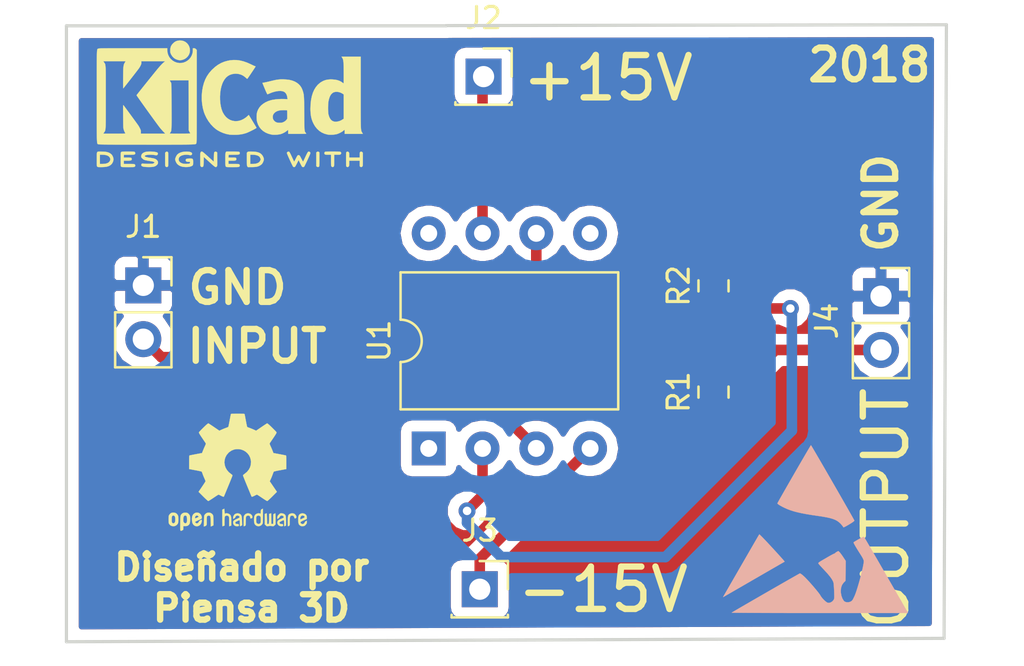
<source format=kicad_pcb>
(kicad_pcb (version 20171130) (host pcbnew 5.0.0-fee4fd1~66~ubuntu16.04.1)

  (general
    (thickness 1.6)
    (drawings 13)
    (tracks 26)
    (zones 0)
    (modules 10)
    (nets 7)
  )

  (page A4)
  (title_block
    (title "Amplificador en configuración no inversora")
    (date 2018-09-02)
    (rev 1.0)
    (company "Piensa 3D")
  )

  (layers
    (0 F.Cu signal)
    (31 B.Cu signal)
    (32 B.Adhes user)
    (33 F.Adhes user)
    (34 B.Paste user)
    (35 F.Paste user)
    (36 B.SilkS user)
    (37 F.SilkS user)
    (38 B.Mask user)
    (39 F.Mask user)
    (40 Dwgs.User user)
    (41 Cmts.User user)
    (42 Eco1.User user)
    (43 Eco2.User user)
    (44 Edge.Cuts user)
    (45 Margin user)
    (46 B.CrtYd user)
    (47 F.CrtYd user)
    (48 B.Fab user)
    (49 F.Fab user)
  )

  (setup
    (last_trace_width 0.5)
    (user_trace_width 0.3)
    (user_trace_width 0.4)
    (user_trace_width 0.5)
    (user_trace_width 0.6)
    (trace_clearance 0.2)
    (zone_clearance 0.508)
    (zone_45_only no)
    (trace_min 0.2)
    (segment_width 0.2)
    (edge_width 0.15)
    (via_size 0.8)
    (via_drill 0.4)
    (via_min_size 0.4)
    (via_min_drill 0.3)
    (uvia_size 0.3)
    (uvia_drill 0.1)
    (uvias_allowed no)
    (uvia_min_size 0.2)
    (uvia_min_drill 0.1)
    (pcb_text_width 0.3)
    (pcb_text_size 1.5 1.5)
    (mod_edge_width 0.15)
    (mod_text_size 1 1)
    (mod_text_width 0.15)
    (pad_size 1.524 1.524)
    (pad_drill 0.762)
    (pad_to_mask_clearance 0.2)
    (aux_axis_origin 0 0)
    (visible_elements FFFFFF7F)
    (pcbplotparams
      (layerselection 0x010fc_ffffffff)
      (usegerberextensions false)
      (usegerberattributes false)
      (usegerberadvancedattributes false)
      (creategerberjobfile false)
      (excludeedgelayer true)
      (linewidth 0.100000)
      (plotframeref false)
      (viasonmask false)
      (mode 1)
      (useauxorigin false)
      (hpglpennumber 1)
      (hpglpenspeed 20)
      (hpglpendiameter 15.000000)
      (psnegative false)
      (psa4output false)
      (plotreference true)
      (plotvalue true)
      (plotinvisibletext false)
      (padsonsilk false)
      (subtractmaskfromsilk false)
      (outputformat 1)
      (mirror false)
      (drillshape 1)
      (scaleselection 1)
      (outputdirectory ""))
  )

  (net 0 "")
  (net 1 "Net-(J1-Pad2)")
  (net 2 GND)
  (net 3 +15V)
  (net 4 -15V)
  (net 5 "Net-(J4-Pad2)")
  (net 6 "Net-(R1-Pad2)")

  (net_class Default "Esta es la clase de red por defecto."
    (clearance 0.2)
    (trace_width 0.25)
    (via_dia 0.8)
    (via_drill 0.4)
    (uvia_dia 0.3)
    (uvia_drill 0.1)
    (add_net +15V)
    (add_net -15V)
    (add_net GND)
    (add_net "Net-(J1-Pad2)")
    (add_net "Net-(J4-Pad2)")
    (add_net "Net-(R1-Pad2)")
  )

  (module Connector_PinSocket_2.54mm:PinSocket_1x02_P2.54mm_Vertical (layer F.Cu) (tedit 5A19A420) (tstamp 5B992CB0)
    (at 105.96 52.42)
    (descr "Through hole straight socket strip, 1x02, 2.54mm pitch, single row (from Kicad 4.0.7), script generated")
    (tags "Through hole socket strip THT 1x02 2.54mm single row")
    (path /5B8C17E7)
    (fp_text reference J1 (at 0 -2.77) (layer F.SilkS)
      (effects (font (size 1 1) (thickness 0.15)))
    )
    (fp_text value Conn_01x02_Male (at 0 5.31) (layer F.Fab)
      (effects (font (size 1 1) (thickness 0.15)))
    )
    (fp_text user %R (at 0 1.27 90) (layer F.Fab)
      (effects (font (size 1 1) (thickness 0.15)))
    )
    (fp_line (start -1.8 4.3) (end -1.8 -1.8) (layer F.CrtYd) (width 0.05))
    (fp_line (start 1.75 4.3) (end -1.8 4.3) (layer F.CrtYd) (width 0.05))
    (fp_line (start 1.75 -1.8) (end 1.75 4.3) (layer F.CrtYd) (width 0.05))
    (fp_line (start -1.8 -1.8) (end 1.75 -1.8) (layer F.CrtYd) (width 0.05))
    (fp_line (start 0 -1.33) (end 1.33 -1.33) (layer F.SilkS) (width 0.12))
    (fp_line (start 1.33 -1.33) (end 1.33 0) (layer F.SilkS) (width 0.12))
    (fp_line (start 1.33 1.27) (end 1.33 3.87) (layer F.SilkS) (width 0.12))
    (fp_line (start -1.33 3.87) (end 1.33 3.87) (layer F.SilkS) (width 0.12))
    (fp_line (start -1.33 1.27) (end -1.33 3.87) (layer F.SilkS) (width 0.12))
    (fp_line (start -1.33 1.27) (end 1.33 1.27) (layer F.SilkS) (width 0.12))
    (fp_line (start -1.27 3.81) (end -1.27 -1.27) (layer F.Fab) (width 0.1))
    (fp_line (start 1.27 3.81) (end -1.27 3.81) (layer F.Fab) (width 0.1))
    (fp_line (start 1.27 -0.635) (end 1.27 3.81) (layer F.Fab) (width 0.1))
    (fp_line (start 0.635 -1.27) (end 1.27 -0.635) (layer F.Fab) (width 0.1))
    (fp_line (start -1.27 -1.27) (end 0.635 -1.27) (layer F.Fab) (width 0.1))
    (pad 2 thru_hole oval (at 0 2.54) (size 1.7 1.7) (drill 1) (layers *.Cu *.Mask)
      (net 1 "Net-(J1-Pad2)"))
    (pad 1 thru_hole rect (at 0 0) (size 1.7 1.7) (drill 1) (layers *.Cu *.Mask)
      (net 2 GND))
    (model ${KISYS3DMOD}/Connector_PinSocket_2.54mm.3dshapes/PinSocket_1x02_P2.54mm_Vertical.wrl
      (at (xyz 0 0 0))
      (scale (xyz 1 1 1))
      (rotate (xyz 0 0 0))
    )
  )

  (module Connector_PinSocket_2.54mm:PinSocket_1x01_P2.54mm_Vertical (layer F.Cu) (tedit 5A19A434) (tstamp 5B992CC4)
    (at 122.03 42.56)
    (descr "Through hole straight socket strip, 1x01, 2.54mm pitch, single row (from Kicad 4.0.7), script generated")
    (tags "Through hole socket strip THT 1x01 2.54mm single row")
    (path /5B8C0AF4)
    (fp_text reference J2 (at 0 -2.77) (layer F.SilkS)
      (effects (font (size 1 1) (thickness 0.15)))
    )
    (fp_text value Conn_01x01_Male (at 0 2.77) (layer F.Fab)
      (effects (font (size 1 1) (thickness 0.15)))
    )
    (fp_line (start -1.27 -1.27) (end 0.635 -1.27) (layer F.Fab) (width 0.1))
    (fp_line (start 0.635 -1.27) (end 1.27 -0.635) (layer F.Fab) (width 0.1))
    (fp_line (start 1.27 -0.635) (end 1.27 1.27) (layer F.Fab) (width 0.1))
    (fp_line (start 1.27 1.27) (end -1.27 1.27) (layer F.Fab) (width 0.1))
    (fp_line (start -1.27 1.27) (end -1.27 -1.27) (layer F.Fab) (width 0.1))
    (fp_line (start -1.33 1.33) (end 1.33 1.33) (layer F.SilkS) (width 0.12))
    (fp_line (start -1.33 1.21) (end -1.33 1.33) (layer F.SilkS) (width 0.12))
    (fp_line (start 1.33 1.21) (end 1.33 1.33) (layer F.SilkS) (width 0.12))
    (fp_line (start 1.33 -1.33) (end 1.33 0) (layer F.SilkS) (width 0.12))
    (fp_line (start 0 -1.33) (end 1.33 -1.33) (layer F.SilkS) (width 0.12))
    (fp_line (start -1.8 -1.8) (end 1.75 -1.8) (layer F.CrtYd) (width 0.05))
    (fp_line (start 1.75 -1.8) (end 1.75 1.75) (layer F.CrtYd) (width 0.05))
    (fp_line (start 1.75 1.75) (end -1.8 1.75) (layer F.CrtYd) (width 0.05))
    (fp_line (start -1.8 1.75) (end -1.8 -1.8) (layer F.CrtYd) (width 0.05))
    (fp_text user %R (at 0 0) (layer F.Fab)
      (effects (font (size 1 1) (thickness 0.15)))
    )
    (pad 1 thru_hole rect (at 0 0) (size 1.7 1.7) (drill 1) (layers *.Cu *.Mask)
      (net 3 +15V))
    (model ${KISYS3DMOD}/Connector_PinSocket_2.54mm.3dshapes/PinSocket_1x01_P2.54mm_Vertical.wrl
      (at (xyz 0 0 0))
      (scale (xyz 1 1 1))
      (rotate (xyz 0 0 0))
    )
  )

  (module Connector_PinSocket_2.54mm:PinSocket_1x01_P2.54mm_Vertical (layer F.Cu) (tedit 5A19A434) (tstamp 5B992CD8)
    (at 121.85 66.77)
    (descr "Through hole straight socket strip, 1x01, 2.54mm pitch, single row (from Kicad 4.0.7), script generated")
    (tags "Through hole socket strip THT 1x01 2.54mm single row")
    (path /5B8C0C2C)
    (fp_text reference J3 (at 0 -2.77) (layer F.SilkS)
      (effects (font (size 1 1) (thickness 0.15)))
    )
    (fp_text value Conn_01x01_Male (at 0 2.77) (layer F.Fab)
      (effects (font (size 1 1) (thickness 0.15)))
    )
    (fp_text user %R (at 0 0) (layer F.Fab)
      (effects (font (size 1 1) (thickness 0.15)))
    )
    (fp_line (start -1.8 1.75) (end -1.8 -1.8) (layer F.CrtYd) (width 0.05))
    (fp_line (start 1.75 1.75) (end -1.8 1.75) (layer F.CrtYd) (width 0.05))
    (fp_line (start 1.75 -1.8) (end 1.75 1.75) (layer F.CrtYd) (width 0.05))
    (fp_line (start -1.8 -1.8) (end 1.75 -1.8) (layer F.CrtYd) (width 0.05))
    (fp_line (start 0 -1.33) (end 1.33 -1.33) (layer F.SilkS) (width 0.12))
    (fp_line (start 1.33 -1.33) (end 1.33 0) (layer F.SilkS) (width 0.12))
    (fp_line (start 1.33 1.21) (end 1.33 1.33) (layer F.SilkS) (width 0.12))
    (fp_line (start -1.33 1.21) (end -1.33 1.33) (layer F.SilkS) (width 0.12))
    (fp_line (start -1.33 1.33) (end 1.33 1.33) (layer F.SilkS) (width 0.12))
    (fp_line (start -1.27 1.27) (end -1.27 -1.27) (layer F.Fab) (width 0.1))
    (fp_line (start 1.27 1.27) (end -1.27 1.27) (layer F.Fab) (width 0.1))
    (fp_line (start 1.27 -0.635) (end 1.27 1.27) (layer F.Fab) (width 0.1))
    (fp_line (start 0.635 -1.27) (end 1.27 -0.635) (layer F.Fab) (width 0.1))
    (fp_line (start -1.27 -1.27) (end 0.635 -1.27) (layer F.Fab) (width 0.1))
    (pad 1 thru_hole rect (at 0 0) (size 1.7 1.7) (drill 1) (layers *.Cu *.Mask)
      (net 4 -15V))
    (model ${KISYS3DMOD}/Connector_PinSocket_2.54mm.3dshapes/PinSocket_1x01_P2.54mm_Vertical.wrl
      (at (xyz 0 0 0))
      (scale (xyz 1 1 1))
      (rotate (xyz 0 0 0))
    )
  )

  (module Connector_PinSocket_2.54mm:PinSocket_1x02_P2.54mm_Vertical (layer F.Cu) (tedit 5A19A420) (tstamp 5B992CEE)
    (at 140.8 52.93)
    (descr "Through hole straight socket strip, 1x02, 2.54mm pitch, single row (from Kicad 4.0.7), script generated")
    (tags "Through hole socket strip THT 1x02 2.54mm single row")
    (path /5B8C1260)
    (fp_text reference J4 (at -2.56 1.17 90) (layer F.SilkS)
      (effects (font (size 1 1) (thickness 0.15)))
    )
    (fp_text value Conn_01x02_Male (at 0 5.31) (layer F.Fab)
      (effects (font (size 1 1) (thickness 0.15)))
    )
    (fp_line (start -1.27 -1.27) (end 0.635 -1.27) (layer F.Fab) (width 0.1))
    (fp_line (start 0.635 -1.27) (end 1.27 -0.635) (layer F.Fab) (width 0.1))
    (fp_line (start 1.27 -0.635) (end 1.27 3.81) (layer F.Fab) (width 0.1))
    (fp_line (start 1.27 3.81) (end -1.27 3.81) (layer F.Fab) (width 0.1))
    (fp_line (start -1.27 3.81) (end -1.27 -1.27) (layer F.Fab) (width 0.1))
    (fp_line (start -1.33 1.27) (end 1.33 1.27) (layer F.SilkS) (width 0.12))
    (fp_line (start -1.33 1.27) (end -1.33 3.87) (layer F.SilkS) (width 0.12))
    (fp_line (start -1.33 3.87) (end 1.33 3.87) (layer F.SilkS) (width 0.12))
    (fp_line (start 1.33 1.27) (end 1.33 3.87) (layer F.SilkS) (width 0.12))
    (fp_line (start 1.33 -1.33) (end 1.33 0) (layer F.SilkS) (width 0.12))
    (fp_line (start 0 -1.33) (end 1.33 -1.33) (layer F.SilkS) (width 0.12))
    (fp_line (start -1.8 -1.8) (end 1.75 -1.8) (layer F.CrtYd) (width 0.05))
    (fp_line (start 1.75 -1.8) (end 1.75 4.3) (layer F.CrtYd) (width 0.05))
    (fp_line (start 1.75 4.3) (end -1.8 4.3) (layer F.CrtYd) (width 0.05))
    (fp_line (start -1.8 4.3) (end -1.8 -1.8) (layer F.CrtYd) (width 0.05))
    (fp_text user %R (at -2.58 1.12 90) (layer F.Fab)
      (effects (font (size 1 1) (thickness 0.15)))
    )
    (pad 1 thru_hole rect (at 0 0) (size 1.7 1.7) (drill 1) (layers *.Cu *.Mask)
      (net 2 GND))
    (pad 2 thru_hole oval (at 0 2.54) (size 1.7 1.7) (drill 1) (layers *.Cu *.Mask)
      (net 5 "Net-(J4-Pad2)"))
    (model ${KISYS3DMOD}/Connector_PinSocket_2.54mm.3dshapes/PinSocket_1x02_P2.54mm_Vertical.wrl
      (at (xyz 0 0 0))
      (scale (xyz 1 1 1))
      (rotate (xyz 0 0 0))
    )
  )

  (module Resistor_SMD:R_0805_2012Metric (layer F.Cu) (tedit 5B36C52B) (tstamp 5B992CFF)
    (at 132.89 57.46 90)
    (descr "Resistor SMD 0805 (2012 Metric), square (rectangular) end terminal, IPC_7351 nominal, (Body size source: https://docs.google.com/spreadsheets/d/1BsfQQcO9C6DZCsRaXUlFlo91Tg2WpOkGARC1WS5S8t0/edit?usp=sharing), generated with kicad-footprint-generator")
    (tags resistor)
    (path /5B8C0647)
    (attr smd)
    (fp_text reference R1 (at 0 -1.65 90) (layer F.SilkS)
      (effects (font (size 1 1) (thickness 0.15)))
    )
    (fp_text value 1k (at 0 1.65 90) (layer F.Fab)
      (effects (font (size 1 1) (thickness 0.15)))
    )
    (fp_line (start -1 0.6) (end -1 -0.6) (layer F.Fab) (width 0.1))
    (fp_line (start -1 -0.6) (end 1 -0.6) (layer F.Fab) (width 0.1))
    (fp_line (start 1 -0.6) (end 1 0.6) (layer F.Fab) (width 0.1))
    (fp_line (start 1 0.6) (end -1 0.6) (layer F.Fab) (width 0.1))
    (fp_line (start -0.258578 -0.71) (end 0.258578 -0.71) (layer F.SilkS) (width 0.12))
    (fp_line (start -0.258578 0.71) (end 0.258578 0.71) (layer F.SilkS) (width 0.12))
    (fp_line (start -1.68 0.95) (end -1.68 -0.95) (layer F.CrtYd) (width 0.05))
    (fp_line (start -1.68 -0.95) (end 1.68 -0.95) (layer F.CrtYd) (width 0.05))
    (fp_line (start 1.68 -0.95) (end 1.68 0.95) (layer F.CrtYd) (width 0.05))
    (fp_line (start 1.68 0.95) (end -1.68 0.95) (layer F.CrtYd) (width 0.05))
    (fp_text user %R (at 0.824999 0.244999 90) (layer F.Fab)
      (effects (font (size 0.5 0.5) (thickness 0.08)))
    )
    (pad 1 smd roundrect (at -0.9375 0 90) (size 0.975 1.4) (layers F.Cu F.Paste F.Mask) (roundrect_rratio 0.25)
      (net 5 "Net-(J4-Pad2)"))
    (pad 2 smd roundrect (at 0.9375 0 90) (size 0.975 1.4) (layers F.Cu F.Paste F.Mask) (roundrect_rratio 0.25)
      (net 6 "Net-(R1-Pad2)"))
    (model ${KISYS3DMOD}/Resistor_SMD.3dshapes/R_0805_2012Metric.wrl
      (at (xyz 0 0 0))
      (scale (xyz 1 1 1))
      (rotate (xyz 0 0 0))
    )
  )

  (module Resistor_SMD:R_0805_2012Metric (layer F.Cu) (tedit 5B36C52B) (tstamp 5B992D10)
    (at 132.89 52.4425 90)
    (descr "Resistor SMD 0805 (2012 Metric), square (rectangular) end terminal, IPC_7351 nominal, (Body size source: https://docs.google.com/spreadsheets/d/1BsfQQcO9C6DZCsRaXUlFlo91Tg2WpOkGARC1WS5S8t0/edit?usp=sharing), generated with kicad-footprint-generator")
    (tags resistor)
    (path /5B8C07C5)
    (attr smd)
    (fp_text reference R2 (at 0 -1.65 90) (layer F.SilkS)
      (effects (font (size 1 1) (thickness 0.15)))
    )
    (fp_text value 1k (at 0 1.65 90) (layer F.Fab)
      (effects (font (size 1 1) (thickness 0.15)))
    )
    (fp_text user %R (at 0 0 90) (layer F.Fab)
      (effects (font (size 0.5 0.5) (thickness 0.08)))
    )
    (fp_line (start 1.68 0.95) (end -1.68 0.95) (layer F.CrtYd) (width 0.05))
    (fp_line (start 1.68 -0.95) (end 1.68 0.95) (layer F.CrtYd) (width 0.05))
    (fp_line (start -1.68 -0.95) (end 1.68 -0.95) (layer F.CrtYd) (width 0.05))
    (fp_line (start -1.68 0.95) (end -1.68 -0.95) (layer F.CrtYd) (width 0.05))
    (fp_line (start -0.258578 0.71) (end 0.258578 0.71) (layer F.SilkS) (width 0.12))
    (fp_line (start -0.258578 -0.71) (end 0.258578 -0.71) (layer F.SilkS) (width 0.12))
    (fp_line (start 1 0.6) (end -1 0.6) (layer F.Fab) (width 0.1))
    (fp_line (start 1 -0.6) (end 1 0.6) (layer F.Fab) (width 0.1))
    (fp_line (start -1 -0.6) (end 1 -0.6) (layer F.Fab) (width 0.1))
    (fp_line (start -1 0.6) (end -1 -0.6) (layer F.Fab) (width 0.1))
    (pad 2 smd roundrect (at 0.9375 0 90) (size 0.975 1.4) (layers F.Cu F.Paste F.Mask) (roundrect_rratio 0.25)
      (net 2 GND))
    (pad 1 smd roundrect (at -0.9375 0 90) (size 0.975 1.4) (layers F.Cu F.Paste F.Mask) (roundrect_rratio 0.25)
      (net 6 "Net-(R1-Pad2)"))
    (model ${KISYS3DMOD}/Resistor_SMD.3dshapes/R_0805_2012Metric.wrl
      (at (xyz 0 0 0))
      (scale (xyz 1 1 1))
      (rotate (xyz 0 0 0))
    )
  )

  (module Package_DIP:DIP-8_W10.16mm (layer F.Cu) (tedit 5A02E8C5) (tstamp 5B992D2C)
    (at 119.44 60.12 90)
    (descr "8-lead though-hole mounted DIP package, row spacing 10.16 mm (400 mils)")
    (tags "THT DIP DIL PDIP 2.54mm 10.16mm 400mil")
    (path /5B8C02A0)
    (fp_text reference U1 (at 5.08 -2.33 90) (layer F.SilkS)
      (effects (font (size 1 1) (thickness 0.15)))
    )
    (fp_text value LM741 (at 5.08 9.95 90) (layer F.Fab)
      (effects (font (size 1 1) (thickness 0.15)))
    )
    (fp_arc (start 5.08 -1.33) (end 4.08 -1.33) (angle -180) (layer F.SilkS) (width 0.12))
    (fp_line (start 2.905 -1.27) (end 8.255 -1.27) (layer F.Fab) (width 0.1))
    (fp_line (start 8.255 -1.27) (end 8.255 8.89) (layer F.Fab) (width 0.1))
    (fp_line (start 8.255 8.89) (end 1.905 8.89) (layer F.Fab) (width 0.1))
    (fp_line (start 1.905 8.89) (end 1.905 -0.27) (layer F.Fab) (width 0.1))
    (fp_line (start 1.905 -0.27) (end 2.905 -1.27) (layer F.Fab) (width 0.1))
    (fp_line (start 4.08 -1.33) (end 1.845 -1.33) (layer F.SilkS) (width 0.12))
    (fp_line (start 1.845 -1.33) (end 1.845 8.95) (layer F.SilkS) (width 0.12))
    (fp_line (start 1.845 8.95) (end 8.315 8.95) (layer F.SilkS) (width 0.12))
    (fp_line (start 8.315 8.95) (end 8.315 -1.33) (layer F.SilkS) (width 0.12))
    (fp_line (start 8.315 -1.33) (end 6.08 -1.33) (layer F.SilkS) (width 0.12))
    (fp_line (start -1.05 -1.55) (end -1.05 9.15) (layer F.CrtYd) (width 0.05))
    (fp_line (start -1.05 9.15) (end 11.25 9.15) (layer F.CrtYd) (width 0.05))
    (fp_line (start 11.25 9.15) (end 11.25 -1.55) (layer F.CrtYd) (width 0.05))
    (fp_line (start 11.25 -1.55) (end -1.05 -1.55) (layer F.CrtYd) (width 0.05))
    (fp_text user %R (at 5.08 3.81 90) (layer F.Fab)
      (effects (font (size 1 1) (thickness 0.15)))
    )
    (pad 1 thru_hole rect (at 0 0 90) (size 1.6 1.6) (drill 0.8) (layers *.Cu *.Mask))
    (pad 5 thru_hole oval (at 10.16 7.62 90) (size 1.6 1.6) (drill 0.8) (layers *.Cu *.Mask))
    (pad 2 thru_hole oval (at 0 2.54 90) (size 1.6 1.6) (drill 0.8) (layers *.Cu *.Mask)
      (net 6 "Net-(R1-Pad2)"))
    (pad 6 thru_hole oval (at 10.16 5.08 90) (size 1.6 1.6) (drill 0.8) (layers *.Cu *.Mask)
      (net 5 "Net-(J4-Pad2)"))
    (pad 3 thru_hole oval (at 0 5.08 90) (size 1.6 1.6) (drill 0.8) (layers *.Cu *.Mask)
      (net 1 "Net-(J1-Pad2)"))
    (pad 7 thru_hole oval (at 10.16 2.54 90) (size 1.6 1.6) (drill 0.8) (layers *.Cu *.Mask)
      (net 3 +15V))
    (pad 4 thru_hole oval (at 0 7.62 90) (size 1.6 1.6) (drill 0.8) (layers *.Cu *.Mask)
      (net 4 -15V))
    (pad 8 thru_hole oval (at 10.16 0 90) (size 1.6 1.6) (drill 0.8) (layers *.Cu *.Mask))
    (model ${KISYS3DMOD}/Package_DIP.3dshapes/DIP-8_W10.16mm.wrl
      (at (xyz 0 0 0))
      (scale (xyz 1 1 1))
      (rotate (xyz 0 0 0))
    )
  )

  (module Symbol:KiCad-Logo2_6mm_SilkScreen (layer F.Cu) (tedit 0) (tstamp 5BA49010)
    (at 110.04 43.83)
    (descr "KiCad Logo")
    (tags "Logo KiCad")
    (attr virtual)
    (fp_text reference REF** (at 0 0) (layer F.SilkS) hide
      (effects (font (size 1 1) (thickness 0.15)))
    )
    (fp_text value KiCad-Logo2_6mm_SilkScreen (at 0.75 0) (layer F.Fab) hide
      (effects (font (size 1 1) (thickness 0.15)))
    )
    (fp_poly (pts (xy -2.273043 -2.973429) (xy -2.176768 -2.949191) (xy -2.090184 -2.906359) (xy -2.015373 -2.846581)
      (xy -1.954418 -2.771506) (xy -1.909399 -2.68278) (xy -1.883136 -2.58647) (xy -1.877286 -2.489205)
      (xy -1.89214 -2.395346) (xy -1.92584 -2.307489) (xy -1.976528 -2.22823) (xy -2.042345 -2.160164)
      (xy -2.121434 -2.105888) (xy -2.211934 -2.067998) (xy -2.2632 -2.055574) (xy -2.307698 -2.048053)
      (xy -2.341999 -2.045081) (xy -2.37496 -2.046906) (xy -2.415434 -2.053775) (xy -2.448531 -2.06075)
      (xy -2.541947 -2.092259) (xy -2.625619 -2.143383) (xy -2.697665 -2.212571) (xy -2.7562 -2.298272)
      (xy -2.770148 -2.325511) (xy -2.786586 -2.361878) (xy -2.796894 -2.392418) (xy -2.80246 -2.42455)
      (xy -2.804669 -2.465693) (xy -2.804948 -2.511778) (xy -2.800861 -2.596135) (xy -2.787446 -2.665414)
      (xy -2.762256 -2.726039) (xy -2.722846 -2.784433) (xy -2.684298 -2.828698) (xy -2.612406 -2.894516)
      (xy -2.537313 -2.939947) (xy -2.454562 -2.96715) (xy -2.376928 -2.977424) (xy -2.273043 -2.973429)) (layer F.SilkS) (width 0.01))
    (fp_poly (pts (xy 6.186507 -0.527755) (xy 6.186526 -0.293338) (xy 6.186552 -0.080397) (xy 6.186625 0.112168)
      (xy 6.186782 0.285459) (xy 6.187064 0.440576) (xy 6.187509 0.57862) (xy 6.188156 0.700692)
      (xy 6.189045 0.807894) (xy 6.190213 0.901326) (xy 6.191701 0.98209) (xy 6.193546 1.051286)
      (xy 6.195789 1.110015) (xy 6.198469 1.159379) (xy 6.201623 1.200478) (xy 6.205292 1.234413)
      (xy 6.209513 1.262286) (xy 6.214327 1.285198) (xy 6.219773 1.304249) (xy 6.225888 1.32054)
      (xy 6.232712 1.335173) (xy 6.240285 1.349249) (xy 6.248645 1.363868) (xy 6.253839 1.372974)
      (xy 6.288104 1.433689) (xy 5.429955 1.433689) (xy 5.429955 1.337733) (xy 5.429224 1.29437)
      (xy 5.427272 1.261205) (xy 5.424463 1.243424) (xy 5.423221 1.241778) (xy 5.411799 1.248662)
      (xy 5.389084 1.266505) (xy 5.366385 1.285879) (xy 5.3118 1.326614) (xy 5.242321 1.367617)
      (xy 5.16527 1.405123) (xy 5.087965 1.435364) (xy 5.057113 1.445012) (xy 4.988616 1.459578)
      (xy 4.905764 1.469539) (xy 4.816371 1.474583) (xy 4.728248 1.474396) (xy 4.649207 1.468666)
      (xy 4.611511 1.462858) (xy 4.473414 1.424797) (xy 4.346113 1.367073) (xy 4.230292 1.290211)
      (xy 4.126637 1.194739) (xy 4.035833 1.081179) (xy 3.969031 0.970381) (xy 3.914164 0.853625)
      (xy 3.872163 0.734276) (xy 3.842167 0.608283) (xy 3.823311 0.471594) (xy 3.814732 0.320158)
      (xy 3.814006 0.242711) (xy 3.8161 0.185934) (xy 4.645217 0.185934) (xy 4.645424 0.279002)
      (xy 4.648337 0.366692) (xy 4.654 0.443772) (xy 4.662455 0.505009) (xy 4.665038 0.51735)
      (xy 4.69684 0.624633) (xy 4.738498 0.711658) (xy 4.790363 0.778642) (xy 4.852781 0.825805)
      (xy 4.9261 0.853365) (xy 5.010669 0.861541) (xy 5.106835 0.850551) (xy 5.170311 0.834829)
      (xy 5.219454 0.816639) (xy 5.273583 0.790791) (xy 5.314244 0.767089) (xy 5.3848 0.720721)
      (xy 5.3848 -0.42947) (xy 5.317392 -0.473038) (xy 5.238867 -0.51396) (xy 5.154681 -0.540611)
      (xy 5.069557 -0.552535) (xy 4.988216 -0.549278) (xy 4.91538 -0.530385) (xy 4.883426 -0.514816)
      (xy 4.825501 -0.471819) (xy 4.776544 -0.415047) (xy 4.73539 -0.342425) (xy 4.700874 -0.251879)
      (xy 4.671833 -0.141334) (xy 4.670552 -0.135467) (xy 4.660381 -0.073212) (xy 4.652739 0.004594)
      (xy 4.64767 0.09272) (xy 4.645217 0.185934) (xy 3.8161 0.185934) (xy 3.821857 0.029895)
      (xy 3.843802 -0.165941) (xy 3.879786 -0.344668) (xy 3.929759 -0.506155) (xy 3.993668 -0.650274)
      (xy 4.071462 -0.776894) (xy 4.163089 -0.885885) (xy 4.268497 -0.977117) (xy 4.313662 -1.008068)
      (xy 4.414611 -1.064215) (xy 4.517901 -1.103826) (xy 4.627989 -1.127986) (xy 4.74933 -1.137781)
      (xy 4.841836 -1.136735) (xy 4.97149 -1.125769) (xy 5.084084 -1.103954) (xy 5.182875 -1.070286)
      (xy 5.271121 -1.023764) (xy 5.319986 -0.989552) (xy 5.349353 -0.967638) (xy 5.371043 -0.952667)
      (xy 5.379253 -0.948267) (xy 5.380868 -0.959096) (xy 5.382159 -0.989749) (xy 5.383138 -1.037474)
      (xy 5.383817 -1.099521) (xy 5.38421 -1.173138) (xy 5.38433 -1.255573) (xy 5.384188 -1.344075)
      (xy 5.383797 -1.435893) (xy 5.383171 -1.528276) (xy 5.38232 -1.618472) (xy 5.38126 -1.703729)
      (xy 5.380001 -1.781297) (xy 5.378556 -1.848424) (xy 5.376938 -1.902359) (xy 5.375161 -1.94035)
      (xy 5.374669 -1.947333) (xy 5.367092 -2.017749) (xy 5.355531 -2.072898) (xy 5.337792 -2.120019)
      (xy 5.311682 -2.166353) (xy 5.305415 -2.175933) (xy 5.280983 -2.212622) (xy 6.186311 -2.212622)
      (xy 6.186507 -0.527755)) (layer F.SilkS) (width 0.01))
    (fp_poly (pts (xy 2.673574 -1.133448) (xy 2.825492 -1.113433) (xy 2.960756 -1.079798) (xy 3.080239 -1.032275)
      (xy 3.184815 -0.970595) (xy 3.262424 -0.907035) (xy 3.331265 -0.832901) (xy 3.385006 -0.753129)
      (xy 3.42791 -0.660909) (xy 3.443384 -0.617839) (xy 3.456244 -0.578858) (xy 3.467446 -0.542711)
      (xy 3.47712 -0.507566) (xy 3.485396 -0.47159) (xy 3.492403 -0.43295) (xy 3.498272 -0.389815)
      (xy 3.503131 -0.340351) (xy 3.50711 -0.282727) (xy 3.51034 -0.215109) (xy 3.512949 -0.135666)
      (xy 3.515067 -0.042564) (xy 3.516824 0.066027) (xy 3.518349 0.191942) (xy 3.519772 0.337012)
      (xy 3.521025 0.479778) (xy 3.522351 0.635968) (xy 3.523556 0.771239) (xy 3.524766 0.887246)
      (xy 3.526106 0.985645) (xy 3.5277 1.068093) (xy 3.529675 1.136246) (xy 3.532156 1.19176)
      (xy 3.535269 1.236292) (xy 3.539138 1.271498) (xy 3.543889 1.299034) (xy 3.549648 1.320556)
      (xy 3.556539 1.337722) (xy 3.564689 1.352186) (xy 3.574223 1.365606) (xy 3.585266 1.379638)
      (xy 3.589566 1.385071) (xy 3.605386 1.40791) (xy 3.612422 1.423463) (xy 3.612444 1.423922)
      (xy 3.601567 1.426121) (xy 3.570582 1.428147) (xy 3.521957 1.429942) (xy 3.458163 1.431451)
      (xy 3.381669 1.432616) (xy 3.294944 1.43338) (xy 3.200457 1.433686) (xy 3.18955 1.433689)
      (xy 2.766657 1.433689) (xy 2.763395 1.337622) (xy 2.760133 1.241556) (xy 2.698044 1.292543)
      (xy 2.600714 1.360057) (xy 2.490813 1.414749) (xy 2.404349 1.444978) (xy 2.335278 1.459666)
      (xy 2.251925 1.469659) (xy 2.162159 1.474646) (xy 2.073845 1.474313) (xy 1.994851 1.468351)
      (xy 1.958622 1.462638) (xy 1.818603 1.424776) (xy 1.692178 1.369932) (xy 1.58026 1.298924)
      (xy 1.483762 1.212568) (xy 1.4036 1.111679) (xy 1.340687 0.997076) (xy 1.296312 0.870984)
      (xy 1.283978 0.814401) (xy 1.276368 0.752202) (xy 1.272739 0.677363) (xy 1.272245 0.643467)
      (xy 1.27231 0.640282) (xy 2.032248 0.640282) (xy 2.041541 0.715333) (xy 2.069728 0.77916)
      (xy 2.118197 0.834798) (xy 2.123254 0.839211) (xy 2.171548 0.874037) (xy 2.223257 0.89662)
      (xy 2.283989 0.90854) (xy 2.359352 0.911383) (xy 2.377459 0.910978) (xy 2.431278 0.908325)
      (xy 2.471308 0.902909) (xy 2.506324 0.892745) (xy 2.545103 0.87585) (xy 2.555745 0.870672)
      (xy 2.616396 0.834844) (xy 2.663215 0.792212) (xy 2.675952 0.776973) (xy 2.720622 0.720462)
      (xy 2.720622 0.524586) (xy 2.720086 0.445939) (xy 2.718396 0.387988) (xy 2.715428 0.348875)
      (xy 2.711057 0.326741) (xy 2.706972 0.320274) (xy 2.691047 0.317111) (xy 2.657264 0.314488)
      (xy 2.61034 0.312655) (xy 2.554993 0.311857) (xy 2.546106 0.311842) (xy 2.42533 0.317096)
      (xy 2.32266 0.333263) (xy 2.236106 0.360961) (xy 2.163681 0.400808) (xy 2.108751 0.447758)
      (xy 2.064204 0.505645) (xy 2.03948 0.568693) (xy 2.032248 0.640282) (xy 1.27231 0.640282)
      (xy 1.274178 0.549712) (xy 1.282522 0.470812) (xy 1.298768 0.39959) (xy 1.324405 0.328864)
      (xy 1.348401 0.276493) (xy 1.40702 0.181196) (xy 1.485117 0.09317) (xy 1.580315 0.014017)
      (xy 1.690238 -0.05466) (xy 1.81251 -0.111259) (xy 1.944755 -0.154179) (xy 2.009422 -0.169118)
      (xy 2.145604 -0.191223) (xy 2.294049 -0.205806) (xy 2.445505 -0.212187) (xy 2.572064 -0.210555)
      (xy 2.73395 -0.203776) (xy 2.72653 -0.262755) (xy 2.707238 -0.361908) (xy 2.676104 -0.442628)
      (xy 2.632269 -0.505534) (xy 2.574871 -0.551244) (xy 2.503048 -0.580378) (xy 2.415941 -0.593553)
      (xy 2.312686 -0.591389) (xy 2.274711 -0.587388) (xy 2.13352 -0.56222) (xy 1.996707 -0.521186)
      (xy 1.902178 -0.483185) (xy 1.857018 -0.46381) (xy 1.818585 -0.44824) (xy 1.792234 -0.438595)
      (xy 1.784546 -0.436548) (xy 1.774802 -0.445626) (xy 1.758083 -0.474595) (xy 1.734232 -0.523783)
      (xy 1.703093 -0.593516) (xy 1.664507 -0.684121) (xy 1.65791 -0.699911) (xy 1.627853 -0.772228)
      (xy 1.600874 -0.837575) (xy 1.578136 -0.893094) (xy 1.560806 -0.935928) (xy 1.550048 -0.963219)
      (xy 1.546941 -0.972058) (xy 1.55694 -0.976813) (xy 1.583217 -0.98209) (xy 1.611489 -0.985769)
      (xy 1.641646 -0.990526) (xy 1.689433 -0.999972) (xy 1.750612 -1.01318) (xy 1.820946 -1.029224)
      (xy 1.896194 -1.04718) (xy 1.924755 -1.054203) (xy 2.029816 -1.079791) (xy 2.11748 -1.099853)
      (xy 2.192068 -1.115031) (xy 2.257903 -1.125965) (xy 2.319307 -1.133296) (xy 2.380602 -1.137665)
      (xy 2.44611 -1.139713) (xy 2.504128 -1.140111) (xy 2.673574 -1.133448)) (layer F.SilkS) (width 0.01))
    (fp_poly (pts (xy 0.328429 -2.050929) (xy 0.48857 -2.029755) (xy 0.65251 -1.989615) (xy 0.822313 -1.930111)
      (xy 1.000043 -1.850846) (xy 1.01131 -1.845301) (xy 1.069005 -1.817275) (xy 1.120552 -1.793198)
      (xy 1.162191 -1.774751) (xy 1.190162 -1.763614) (xy 1.199733 -1.761067) (xy 1.21895 -1.756059)
      (xy 1.223561 -1.751853) (xy 1.218458 -1.74142) (xy 1.202418 -1.715132) (xy 1.177288 -1.675743)
      (xy 1.144914 -1.626009) (xy 1.107143 -1.568685) (xy 1.065822 -1.506524) (xy 1.022798 -1.442282)
      (xy 0.979917 -1.378715) (xy 0.939026 -1.318575) (xy 0.901971 -1.26462) (xy 0.8706 -1.219603)
      (xy 0.846759 -1.186279) (xy 0.832294 -1.167403) (xy 0.830309 -1.165213) (xy 0.820191 -1.169862)
      (xy 0.79785 -1.187038) (xy 0.76728 -1.21356) (xy 0.751536 -1.228036) (xy 0.655047 -1.303318)
      (xy 0.548336 -1.358759) (xy 0.432832 -1.393859) (xy 0.309962 -1.40812) (xy 0.240561 -1.406949)
      (xy 0.119423 -1.389788) (xy 0.010205 -1.353906) (xy -0.087418 -1.299041) (xy -0.173772 -1.22493)
      (xy -0.249185 -1.131312) (xy -0.313982 -1.017924) (xy -0.351399 -0.931333) (xy -0.395252 -0.795634)
      (xy -0.427572 -0.64815) (xy -0.448443 -0.492686) (xy -0.457949 -0.333044) (xy -0.456173 -0.173027)
      (xy -0.443197 -0.016439) (xy -0.419106 0.132918) (xy -0.383982 0.27124) (xy -0.337908 0.394724)
      (xy -0.321627 0.428978) (xy -0.25338 0.543064) (xy -0.172921 0.639557) (xy -0.08143 0.71767)
      (xy 0.019911 0.776617) (xy 0.12992 0.815612) (xy 0.247415 0.833868) (xy 0.288883 0.835211)
      (xy 0.410441 0.82429) (xy 0.530878 0.791474) (xy 0.648666 0.737439) (xy 0.762277 0.662865)
      (xy 0.853685 0.584539) (xy 0.900215 0.540008) (xy 1.081483 0.837271) (xy 1.12658 0.911433)
      (xy 1.167819 0.979646) (xy 1.203735 1.039459) (xy 1.232866 1.08842) (xy 1.25375 1.124079)
      (xy 1.264924 1.143984) (xy 1.266375 1.147079) (xy 1.258146 1.156718) (xy 1.232567 1.173999)
      (xy 1.192873 1.197283) (xy 1.142297 1.224934) (xy 1.084074 1.255315) (xy 1.021437 1.28679)
      (xy 0.957621 1.317722) (xy 0.89586 1.346473) (xy 0.839388 1.371408) (xy 0.791438 1.390889)
      (xy 0.767986 1.399318) (xy 0.634221 1.437133) (xy 0.496327 1.462136) (xy 0.348622 1.47514)
      (xy 0.221833 1.477468) (xy 0.153878 1.476373) (xy 0.088277 1.474275) (xy 0.030847 1.471434)
      (xy -0.012597 1.468106) (xy -0.026702 1.466422) (xy -0.165716 1.437587) (xy -0.307243 1.392468)
      (xy -0.444725 1.33375) (xy -0.571606 1.26412) (xy -0.649111 1.211441) (xy -0.776519 1.103239)
      (xy -0.894822 0.976671) (xy -1.001828 0.834866) (xy -1.095348 0.680951) (xy -1.17319 0.518053)
      (xy -1.217044 0.400756) (xy -1.267292 0.217128) (xy -1.300791 0.022581) (xy -1.317551 -0.178675)
      (xy -1.317584 -0.382432) (xy -1.300899 -0.584479) (xy -1.267507 -0.780608) (xy -1.21742 -0.966609)
      (xy -1.213603 -0.978197) (xy -1.150719 -1.14025) (xy -1.073972 -1.288168) (xy -0.980758 -1.426135)
      (xy -0.868473 -1.558339) (xy -0.824608 -1.603601) (xy -0.688466 -1.727543) (xy -0.548509 -1.830085)
      (xy -0.402589 -1.912344) (xy -0.248558 -1.975436) (xy -0.084268 -2.020477) (xy 0.011289 -2.037967)
      (xy 0.170023 -2.053534) (xy 0.328429 -2.050929)) (layer F.SilkS) (width 0.01))
    (fp_poly (pts (xy -2.9464 -2.510946) (xy -2.935535 -2.397007) (xy -2.903918 -2.289384) (xy -2.853015 -2.190385)
      (xy -2.784293 -2.102316) (xy -2.699219 -2.027484) (xy -2.602232 -1.969616) (xy -2.495964 -1.929995)
      (xy -2.38895 -1.911427) (xy -2.2833 -1.912566) (xy -2.181125 -1.93207) (xy -2.084534 -1.968594)
      (xy -1.995638 -2.020795) (xy -1.916546 -2.087327) (xy -1.849369 -2.166848) (xy -1.796217 -2.258013)
      (xy -1.759199 -2.359477) (xy -1.740427 -2.469898) (xy -1.738489 -2.519794) (xy -1.738489 -2.607733)
      (xy -1.68656 -2.607733) (xy -1.650253 -2.604889) (xy -1.623355 -2.593089) (xy -1.596249 -2.569351)
      (xy -1.557867 -2.530969) (xy -1.557867 -0.339398) (xy -1.557876 -0.077261) (xy -1.557908 0.163241)
      (xy -1.557972 0.383048) (xy -1.558076 0.583101) (xy -1.558227 0.764344) (xy -1.558434 0.927716)
      (xy -1.558706 1.07416) (xy -1.55905 1.204617) (xy -1.559474 1.320029) (xy -1.559987 1.421338)
      (xy -1.560597 1.509484) (xy -1.561312 1.58541) (xy -1.56214 1.650057) (xy -1.563089 1.704367)
      (xy -1.564167 1.74928) (xy -1.565383 1.78574) (xy -1.566745 1.814687) (xy -1.568261 1.837063)
      (xy -1.569938 1.853809) (xy -1.571786 1.865868) (xy -1.573813 1.87418) (xy -1.576025 1.879687)
      (xy -1.577108 1.881537) (xy -1.581271 1.888549) (xy -1.584805 1.894996) (xy -1.588635 1.9009)
      (xy -1.593682 1.906286) (xy -1.600871 1.911178) (xy -1.611123 1.915598) (xy -1.625364 1.919572)
      (xy -1.644514 1.923121) (xy -1.669499 1.92627) (xy -1.70124 1.929042) (xy -1.740662 1.931461)
      (xy -1.788686 1.933551) (xy -1.846237 1.935335) (xy -1.914237 1.936837) (xy -1.99361 1.93808)
      (xy -2.085279 1.939089) (xy -2.190166 1.939885) (xy -2.309196 1.940494) (xy -2.44329 1.940939)
      (xy -2.593373 1.941243) (xy -2.760367 1.94143) (xy -2.945196 1.941524) (xy -3.148783 1.941548)
      (xy -3.37205 1.941525) (xy -3.615922 1.94148) (xy -3.881321 1.941437) (xy -3.919704 1.941432)
      (xy -4.186682 1.941389) (xy -4.432002 1.941318) (xy -4.656583 1.941213) (xy -4.861345 1.941066)
      (xy -5.047206 1.940869) (xy -5.215088 1.940616) (xy -5.365908 1.9403) (xy -5.500587 1.939913)
      (xy -5.620044 1.939447) (xy -5.725199 1.938897) (xy -5.816971 1.938253) (xy -5.896279 1.937511)
      (xy -5.964043 1.936661) (xy -6.021182 1.935697) (xy -6.068617 1.934611) (xy -6.107266 1.933397)
      (xy -6.138049 1.932047) (xy -6.161885 1.930555) (xy -6.179694 1.928911) (xy -6.192395 1.927111)
      (xy -6.200908 1.925145) (xy -6.205266 1.923477) (xy -6.213728 1.919906) (xy -6.221497 1.91727)
      (xy -6.228602 1.914634) (xy -6.235073 1.911062) (xy -6.240939 1.905621) (xy -6.246229 1.897375)
      (xy -6.250974 1.88539) (xy -6.255202 1.868731) (xy -6.258943 1.846463) (xy -6.262227 1.817652)
      (xy -6.265083 1.781363) (xy -6.26754 1.736661) (xy -6.269629 1.682611) (xy -6.271378 1.618279)
      (xy -6.272817 1.54273) (xy -6.273976 1.45503) (xy -6.274883 1.354243) (xy -6.275569 1.239434)
      (xy -6.276063 1.10967) (xy -6.276395 0.964015) (xy -6.276593 0.801535) (xy -6.276687 0.621295)
      (xy -6.276708 0.42236) (xy -6.276685 0.203796) (xy -6.276646 -0.035332) (xy -6.276622 -0.29596)
      (xy -6.276622 -0.338111) (xy -6.276636 -0.601008) (xy -6.276661 -0.842268) (xy -6.276671 -1.062835)
      (xy -6.276642 -1.263648) (xy -6.276548 -1.445651) (xy -6.276362 -1.609784) (xy -6.276059 -1.756989)
      (xy -6.275614 -1.888208) (xy -6.275034 -1.998133) (xy -5.972197 -1.998133) (xy -5.932407 -1.940289)
      (xy -5.921236 -1.924521) (xy -5.911166 -1.910559) (xy -5.902138 -1.897216) (xy -5.894097 -1.883307)
      (xy -5.886986 -1.867644) (xy -5.880747 -1.849042) (xy -5.875325 -1.826314) (xy -5.870662 -1.798273)
      (xy -5.866701 -1.763733) (xy -5.863385 -1.721508) (xy -5.860659 -1.670411) (xy -5.858464 -1.609256)
      (xy -5.856745 -1.536856) (xy -5.855444 -1.452025) (xy -5.854505 -1.353578) (xy -5.85387 -1.240326)
      (xy -5.853484 -1.111084) (xy -5.853288 -0.964666) (xy -5.853227 -0.799884) (xy -5.853243 -0.615553)
      (xy -5.85328 -0.410487) (xy -5.853289 -0.287867) (xy -5.853265 -0.070918) (xy -5.853231 0.124642)
      (xy -5.853243 0.299999) (xy -5.853358 0.456341) (xy -5.85363 0.594857) (xy -5.854118 0.716734)
      (xy -5.854876 0.82316) (xy -5.855962 0.915322) (xy -5.857431 0.994409) (xy -5.85934 1.061608)
      (xy -5.861744 1.118107) (xy -5.864701 1.165093) (xy -5.868266 1.203755) (xy -5.872495 1.23528)
      (xy -5.877446 1.260855) (xy -5.883173 1.28167) (xy -5.889733 1.298911) (xy -5.897183 1.313765)
      (xy -5.905579 1.327422) (xy -5.914976 1.341069) (xy -5.925432 1.355893) (xy -5.931523 1.364783)
      (xy -5.970296 1.4224) (xy -5.438732 1.4224) (xy -5.315483 1.422365) (xy -5.212987 1.422215)
      (xy -5.12942 1.421878) (xy -5.062956 1.421286) (xy -5.011771 1.420367) (xy -4.974041 1.419051)
      (xy -4.94794 1.417269) (xy -4.931644 1.414951) (xy -4.923328 1.412026) (xy -4.921168 1.408424)
      (xy -4.923339 1.404075) (xy -4.924535 1.402645) (xy -4.949685 1.365573) (xy -4.975583 1.312772)
      (xy -4.999192 1.25077) (xy -5.007461 1.224357) (xy -5.012078 1.206416) (xy -5.015979 1.185355)
      (xy -5.019248 1.159089) (xy -5.021966 1.125532) (xy -5.024215 1.082599) (xy -5.026077 1.028204)
      (xy -5.027636 0.960262) (xy -5.028972 0.876688) (xy -5.030169 0.775395) (xy -5.031308 0.6543)
      (xy -5.031685 0.6096) (xy -5.032702 0.484449) (xy -5.03346 0.380082) (xy -5.033903 0.294707)
      (xy -5.03397 0.226533) (xy -5.033605 0.173765) (xy -5.032748 0.134614) (xy -5.031341 0.107285)
      (xy -5.029325 0.089986) (xy -5.026643 0.080926) (xy -5.023236 0.078312) (xy -5.019044 0.080351)
      (xy -5.014571 0.084667) (xy -5.004216 0.097602) (xy -4.982158 0.126676) (xy -4.949957 0.169759)
      (xy -4.909174 0.224718) (xy -4.86137 0.289423) (xy -4.808105 0.361742) (xy -4.75094 0.439544)
      (xy -4.691437 0.520698) (xy -4.631155 0.603072) (xy -4.571655 0.684536) (xy -4.514498 0.762957)
      (xy -4.461245 0.836204) (xy -4.413457 0.902147) (xy -4.372693 0.958654) (xy -4.340516 1.003593)
      (xy -4.318485 1.034834) (xy -4.313917 1.041466) (xy -4.290996 1.078369) (xy -4.264188 1.126359)
      (xy -4.238789 1.175897) (xy -4.235568 1.182577) (xy -4.21389 1.230772) (xy -4.201304 1.268334)
      (xy -4.195574 1.30416) (xy -4.194456 1.3462) (xy -4.19509 1.4224) (xy -3.040651 1.4224)
      (xy -3.131815 1.328669) (xy -3.178612 1.278775) (xy -3.228899 1.222295) (xy -3.274944 1.168026)
      (xy -3.295369 1.142673) (xy -3.325807 1.103128) (xy -3.365862 1.049916) (xy -3.414361 0.984667)
      (xy -3.470135 0.909011) (xy -3.532011 0.824577) (xy -3.598819 0.732994) (xy -3.669387 0.635892)
      (xy -3.742545 0.534901) (xy -3.817121 0.43165) (xy -3.891944 0.327768) (xy -3.965843 0.224885)
      (xy -4.037646 0.124631) (xy -4.106184 0.028636) (xy -4.170284 -0.061473) (xy -4.228775 -0.144064)
      (xy -4.280486 -0.217508) (xy -4.324247 -0.280176) (xy -4.358885 -0.330439) (xy -4.38323 -0.366666)
      (xy -4.396111 -0.387229) (xy -4.397869 -0.391332) (xy -4.38991 -0.402658) (xy -4.369115 -0.429838)
      (xy -4.336847 -0.471171) (xy -4.29447 -0.524956) (xy -4.243347 -0.589494) (xy -4.184841 -0.663082)
      (xy -4.120314 -0.744022) (xy -4.051131 -0.830612) (xy -3.978653 -0.921152) (xy -3.904246 -1.01394)
      (xy -3.844517 -1.088298) (xy -2.833511 -1.088298) (xy -2.827602 -1.075341) (xy -2.813272 -1.053092)
      (xy -2.812225 -1.051609) (xy -2.793438 -1.021456) (xy -2.773791 -0.984625) (xy -2.769892 -0.976489)
      (xy -2.766356 -0.96806) (xy -2.76323 -0.957941) (xy -2.760486 -0.94474) (xy -2.758092 -0.927062)
      (xy -2.756019 -0.903516) (xy -2.754235 -0.872707) (xy -2.752712 -0.833243) (xy -2.751419 -0.783731)
      (xy -2.750326 -0.722777) (xy -2.749403 -0.648989) (xy -2.748619 -0.560972) (xy -2.747945 -0.457335)
      (xy -2.74735 -0.336684) (xy -2.746805 -0.197626) (xy -2.746279 -0.038768) (xy -2.745745 0.140089)
      (xy -2.745206 0.325207) (xy -2.744772 0.489145) (xy -2.744509 0.633303) (xy -2.744484 0.759079)
      (xy -2.744765 0.867871) (xy -2.745419 0.961077) (xy -2.746514 1.040097) (xy -2.748118 1.106328)
      (xy -2.750297 1.16117) (xy -2.753119 1.206021) (xy -2.756651 1.242278) (xy -2.760961 1.271341)
      (xy -2.766117 1.294609) (xy -2.772185 1.313479) (xy -2.779233 1.329351) (xy -2.787329 1.343622)
      (xy -2.79654 1.357691) (xy -2.80504 1.370158) (xy -2.822176 1.396452) (xy -2.832322 1.414037)
      (xy -2.833511 1.417257) (xy -2.822604 1.418334) (xy -2.791411 1.419335) (xy -2.742223 1.420235)
      (xy -2.677333 1.42101) (xy -2.59903 1.421637) (xy -2.509607 1.422091) (xy -2.411356 1.422349)
      (xy -2.342445 1.4224) (xy -2.237452 1.42218) (xy -2.14061 1.421548) (xy -2.054107 1.420549)
      (xy -1.980132 1.419227) (xy -1.920874 1.417626) (xy -1.87852 1.415791) (xy -1.85526 1.413765)
      (xy -1.851378 1.412493) (xy -1.859076 1.397591) (xy -1.867074 1.38956) (xy -1.880246 1.372434)
      (xy -1.897485 1.342183) (xy -1.909407 1.317622) (xy -1.936045 1.258711) (xy -1.93912 0.081845)
      (xy -1.942195 -1.095022) (xy -2.387853 -1.095022) (xy -2.48567 -1.094858) (xy -2.576064 -1.094389)
      (xy -2.65663 -1.093653) (xy -2.724962 -1.092684) (xy -2.778656 -1.09152) (xy -2.815305 -1.090197)
      (xy -2.832504 -1.088751) (xy -2.833511 -1.088298) (xy -3.844517 -1.088298) (xy -3.82927 -1.107278)
      (xy -3.75509 -1.199463) (xy -3.683069 -1.288796) (xy -3.614569 -1.373576) (xy -3.550955 -1.452102)
      (xy -3.493588 -1.522674) (xy -3.443833 -1.583591) (xy -3.403052 -1.633153) (xy -3.385888 -1.653822)
      (xy -3.299596 -1.754484) (xy -3.222997 -1.837741) (xy -3.154183 -1.905562) (xy -3.091248 -1.959911)
      (xy -3.081867 -1.967278) (xy -3.042356 -1.997883) (xy -4.174116 -1.998133) (xy -4.168827 -1.950156)
      (xy -4.17213 -1.892812) (xy -4.193661 -1.824537) (xy -4.233635 -1.744788) (xy -4.278943 -1.672505)
      (xy -4.295161 -1.64986) (xy -4.323214 -1.612304) (xy -4.36143 -1.561979) (xy -4.408137 -1.501027)
      (xy -4.461661 -1.431589) (xy -4.520331 -1.355806) (xy -4.582475 -1.27582) (xy -4.646421 -1.193772)
      (xy -4.710495 -1.111804) (xy -4.773027 -1.032057) (xy -4.832343 -0.956673) (xy -4.886771 -0.887793)
      (xy -4.934639 -0.827558) (xy -4.974275 -0.778111) (xy -5.004006 -0.741592) (xy -5.022161 -0.720142)
      (xy -5.02522 -0.716844) (xy -5.028079 -0.724851) (xy -5.030293 -0.755145) (xy -5.031857 -0.807444)
      (xy -5.032767 -0.881469) (xy -5.03302 -0.976937) (xy -5.032613 -1.093566) (xy -5.031704 -1.213555)
      (xy -5.030382 -1.345667) (xy -5.028857 -1.457406) (xy -5.026881 -1.550975) (xy -5.024206 -1.628581)
      (xy -5.020582 -1.692426) (xy -5.015761 -1.744717) (xy -5.009494 -1.787656) (xy -5.001532 -1.823449)
      (xy -4.991627 -1.8543) (xy -4.979531 -1.882414) (xy -4.964993 -1.909995) (xy -4.950311 -1.935034)
      (xy -4.912314 -1.998133) (xy -5.972197 -1.998133) (xy -6.275034 -1.998133) (xy -6.275001 -2.004383)
      (xy -6.274195 -2.106456) (xy -6.27317 -2.195367) (xy -6.2719 -2.272059) (xy -6.27036 -2.337473)
      (xy -6.268524 -2.392551) (xy -6.266367 -2.438235) (xy -6.263863 -2.475466) (xy -6.260987 -2.505187)
      (xy -6.257713 -2.528338) (xy -6.254015 -2.545861) (xy -6.249869 -2.558699) (xy -6.245247 -2.567792)
      (xy -6.240126 -2.574082) (xy -6.234478 -2.578512) (xy -6.228279 -2.582022) (xy -6.221504 -2.585555)
      (xy -6.215508 -2.589124) (xy -6.210275 -2.5917) (xy -6.202099 -2.594028) (xy -6.189886 -2.596122)
      (xy -6.172541 -2.597993) (xy -6.148969 -2.599653) (xy -6.118077 -2.601116) (xy -6.078768 -2.602392)
      (xy -6.02995 -2.603496) (xy -5.970527 -2.604439) (xy -5.899404 -2.605233) (xy -5.815488 -2.605891)
      (xy -5.717683 -2.606425) (xy -5.604894 -2.606847) (xy -5.476029 -2.607171) (xy -5.329991 -2.607408)
      (xy -5.165686 -2.60757) (xy -4.98202 -2.60767) (xy -4.777897 -2.60772) (xy -4.566753 -2.607733)
      (xy -2.9464 -2.607733) (xy -2.9464 -2.510946)) (layer F.SilkS) (width 0.01))
    (fp_poly (pts (xy 6.228823 2.274533) (xy 6.260202 2.296776) (xy 6.287911 2.324485) (xy 6.287911 2.63392)
      (xy 6.287838 2.725799) (xy 6.287495 2.79784) (xy 6.286692 2.85278) (xy 6.285241 2.89336)
      (xy 6.282952 2.922317) (xy 6.279636 2.942391) (xy 6.275105 2.956321) (xy 6.269169 2.966845)
      (xy 6.264514 2.9731) (xy 6.233783 2.997673) (xy 6.198496 3.000341) (xy 6.166245 2.985271)
      (xy 6.155588 2.976374) (xy 6.148464 2.964557) (xy 6.144167 2.945526) (xy 6.141991 2.914992)
      (xy 6.141228 2.868662) (xy 6.141155 2.832871) (xy 6.141155 2.698045) (xy 5.644444 2.698045)
      (xy 5.644444 2.8207) (xy 5.643931 2.876787) (xy 5.641876 2.915333) (xy 5.637508 2.941361)
      (xy 5.630056 2.959897) (xy 5.621047 2.9731) (xy 5.590144 2.997604) (xy 5.555196 3.000506)
      (xy 5.521738 2.983089) (xy 5.512604 2.973959) (xy 5.506152 2.961855) (xy 5.501897 2.943001)
      (xy 5.499352 2.91362) (xy 5.498029 2.869937) (xy 5.497443 2.808175) (xy 5.497375 2.794)
      (xy 5.496891 2.677631) (xy 5.496641 2.581727) (xy 5.496723 2.504177) (xy 5.497231 2.442869)
      (xy 5.498262 2.39569) (xy 5.499913 2.36053) (xy 5.502279 2.335276) (xy 5.505457 2.317817)
      (xy 5.509544 2.306041) (xy 5.514634 2.297835) (xy 5.520266 2.291645) (xy 5.552128 2.271844)
      (xy 5.585357 2.274533) (xy 5.616735 2.296776) (xy 5.629433 2.311126) (xy 5.637526 2.326978)
      (xy 5.642042 2.349554) (xy 5.644006 2.384078) (xy 5.644444 2.435776) (xy 5.644444 2.551289)
      (xy 6.141155 2.551289) (xy 6.141155 2.432756) (xy 6.141662 2.378148) (xy 6.143698 2.341275)
      (xy 6.148035 2.317307) (xy 6.155447 2.301415) (xy 6.163733 2.291645) (xy 6.195594 2.271844)
      (xy 6.228823 2.274533)) (layer F.SilkS) (width 0.01))
    (fp_poly (pts (xy 4.963065 2.269163) (xy 5.041772 2.269542) (xy 5.102863 2.270333) (xy 5.148817 2.27167)
      (xy 5.182114 2.273683) (xy 5.205236 2.276506) (xy 5.220662 2.280269) (xy 5.230871 2.285105)
      (xy 5.235813 2.288822) (xy 5.261457 2.321358) (xy 5.264559 2.355138) (xy 5.248711 2.385826)
      (xy 5.238348 2.398089) (xy 5.227196 2.40645) (xy 5.211035 2.411657) (xy 5.185642 2.414457)
      (xy 5.146798 2.415596) (xy 5.09028 2.415821) (xy 5.07918 2.415822) (xy 4.933244 2.415822)
      (xy 4.933244 2.686756) (xy 4.933148 2.772154) (xy 4.932711 2.837864) (xy 4.931712 2.886774)
      (xy 4.929928 2.921773) (xy 4.927137 2.945749) (xy 4.923117 2.961593) (xy 4.917645 2.972191)
      (xy 4.910666 2.980267) (xy 4.877734 3.000112) (xy 4.843354 2.998548) (xy 4.812176 2.975906)
      (xy 4.809886 2.9731) (xy 4.802429 2.962492) (xy 4.796747 2.950081) (xy 4.792601 2.93285)
      (xy 4.78975 2.907784) (xy 4.787954 2.871867) (xy 4.786972 2.822083) (xy 4.786564 2.755417)
      (xy 4.786489 2.679589) (xy 4.786489 2.415822) (xy 4.647127 2.415822) (xy 4.587322 2.415418)
      (xy 4.545918 2.41384) (xy 4.518748 2.410547) (xy 4.501646 2.404992) (xy 4.490443 2.396631)
      (xy 4.489083 2.395178) (xy 4.472725 2.361939) (xy 4.474172 2.324362) (xy 4.492978 2.291645)
      (xy 4.50025 2.285298) (xy 4.509627 2.280266) (xy 4.523609 2.276396) (xy 4.544696 2.273537)
      (xy 4.575389 2.271535) (xy 4.618189 2.270239) (xy 4.675595 2.269498) (xy 4.75011 2.269158)
      (xy 4.844233 2.269068) (xy 4.86426 2.269067) (xy 4.963065 2.269163)) (layer F.SilkS) (width 0.01))
    (fp_poly (pts (xy 4.188614 2.275877) (xy 4.212327 2.290647) (xy 4.238978 2.312227) (xy 4.238978 2.633773)
      (xy 4.238893 2.72783) (xy 4.238529 2.801932) (xy 4.237724 2.858704) (xy 4.236313 2.900768)
      (xy 4.234133 2.930748) (xy 4.231021 2.951267) (xy 4.226814 2.964949) (xy 4.221348 2.974416)
      (xy 4.217472 2.979082) (xy 4.186034 2.999575) (xy 4.150233 2.998739) (xy 4.118873 2.981264)
      (xy 4.092222 2.959684) (xy 4.092222 2.312227) (xy 4.118873 2.290647) (xy 4.144594 2.274949)
      (xy 4.1656 2.269067) (xy 4.188614 2.275877)) (layer F.SilkS) (width 0.01))
    (fp_poly (pts (xy 3.744665 2.271034) (xy 3.764255 2.278035) (xy 3.76501 2.278377) (xy 3.791613 2.298678)
      (xy 3.80627 2.319561) (xy 3.809138 2.329352) (xy 3.808996 2.342361) (xy 3.804961 2.360895)
      (xy 3.796146 2.387257) (xy 3.781669 2.423752) (xy 3.760645 2.472687) (xy 3.732188 2.536365)
      (xy 3.695415 2.617093) (xy 3.675175 2.661216) (xy 3.638625 2.739985) (xy 3.604315 2.812423)
      (xy 3.573552 2.87588) (xy 3.547648 2.927708) (xy 3.52791 2.965259) (xy 3.51565 2.985884)
      (xy 3.513224 2.988733) (xy 3.482183 3.001302) (xy 3.447121 2.999619) (xy 3.419 2.984332)
      (xy 3.417854 2.983089) (xy 3.406668 2.966154) (xy 3.387904 2.93317) (xy 3.363875 2.88838)
      (xy 3.336897 2.836032) (xy 3.327201 2.816742) (xy 3.254014 2.67015) (xy 3.17424 2.829393)
      (xy 3.145767 2.884415) (xy 3.11935 2.932132) (xy 3.097148 2.968893) (xy 3.081319 2.991044)
      (xy 3.075954 2.995741) (xy 3.034257 3.002102) (xy 2.999849 2.988733) (xy 2.989728 2.974446)
      (xy 2.972214 2.942692) (xy 2.948735 2.896597) (xy 2.92072 2.839285) (xy 2.889599 2.77388)
      (xy 2.856799 2.703507) (xy 2.82375 2.631291) (xy 2.791881 2.560355) (xy 2.762619 2.493825)
      (xy 2.737395 2.434826) (xy 2.717636 2.386481) (xy 2.704772 2.351915) (xy 2.700231 2.334253)
      (xy 2.700277 2.333613) (xy 2.711326 2.311388) (xy 2.73341 2.288753) (xy 2.73471 2.287768)
      (xy 2.761853 2.272425) (xy 2.786958 2.272574) (xy 2.796368 2.275466) (xy 2.807834 2.281718)
      (xy 2.82001 2.294014) (xy 2.834357 2.314908) (xy 2.852336 2.346949) (xy 2.875407 2.392688)
      (xy 2.90503 2.454677) (xy 2.931745 2.511898) (xy 2.96248 2.578226) (xy 2.990021 2.637874)
      (xy 3.012938 2.687725) (xy 3.029798 2.724664) (xy 3.039173 2.745573) (xy 3.04054 2.748845)
      (xy 3.046689 2.743497) (xy 3.060822 2.721109) (xy 3.081057 2.684946) (xy 3.105515 2.638277)
      (xy 3.115248 2.619022) (xy 3.148217 2.554004) (xy 3.173643 2.506654) (xy 3.193612 2.474219)
      (xy 3.21021 2.453946) (xy 3.225524 2.443082) (xy 3.24164 2.438875) (xy 3.252143 2.4384)
      (xy 3.27067 2.440042) (xy 3.286904 2.446831) (xy 3.303035 2.461566) (xy 3.321251 2.487044)
      (xy 3.343739 2.526061) (xy 3.372689 2.581414) (xy 3.388662 2.612903) (xy 3.41457 2.663087)
      (xy 3.437167 2.704704) (xy 3.454458 2.734242) (xy 3.46445 2.748189) (xy 3.465809 2.74877)
      (xy 3.472261 2.737793) (xy 3.486708 2.70929) (xy 3.507703 2.666244) (xy 3.533797 2.611638)
      (xy 3.563546 2.548454) (xy 3.57818 2.517071) (xy 3.61625 2.436078) (xy 3.646905 2.373756)
      (xy 3.671737 2.328071) (xy 3.692337 2.296989) (xy 3.710298 2.278478) (xy 3.72721 2.270504)
      (xy 3.744665 2.271034)) (layer F.SilkS) (width 0.01))
    (fp_poly (pts (xy 1.018309 2.269275) (xy 1.147288 2.273636) (xy 1.256991 2.286861) (xy 1.349226 2.309741)
      (xy 1.425802 2.34307) (xy 1.488527 2.387638) (xy 1.539212 2.444236) (xy 1.579663 2.513658)
      (xy 1.580459 2.515351) (xy 1.604601 2.577483) (xy 1.613203 2.632509) (xy 1.606231 2.687887)
      (xy 1.583654 2.751073) (xy 1.579372 2.760689) (xy 1.550172 2.816966) (xy 1.517356 2.860451)
      (xy 1.475002 2.897417) (xy 1.41719 2.934135) (xy 1.413831 2.936052) (xy 1.363504 2.960227)
      (xy 1.306621 2.978282) (xy 1.239527 2.990839) (xy 1.158565 2.998522) (xy 1.060082 3.001953)
      (xy 1.025286 3.002251) (xy 0.859594 3.002845) (xy 0.836197 2.9731) (xy 0.829257 2.963319)
      (xy 0.823842 2.951897) (xy 0.819765 2.936095) (xy 0.816837 2.913175) (xy 0.814867 2.880396)
      (xy 0.814225 2.856089) (xy 0.970844 2.856089) (xy 1.064726 2.856089) (xy 1.119664 2.854483)
      (xy 1.17606 2.850255) (xy 1.222345 2.844292) (xy 1.225139 2.84379) (xy 1.307348 2.821736)
      (xy 1.371114 2.7886) (xy 1.418452 2.742847) (xy 1.451382 2.682939) (xy 1.457108 2.667061)
      (xy 1.462721 2.642333) (xy 1.460291 2.617902) (xy 1.448467 2.5854) (xy 1.44134 2.569434)
      (xy 1.418 2.527006) (xy 1.38988 2.49724) (xy 1.35894 2.476511) (xy 1.296966 2.449537)
      (xy 1.217651 2.429998) (xy 1.125253 2.418746) (xy 1.058333 2.41627) (xy 0.970844 2.415822)
      (xy 0.970844 2.856089) (xy 0.814225 2.856089) (xy 0.813668 2.835021) (xy 0.81305 2.774311)
      (xy 0.812825 2.695526) (xy 0.8128 2.63392) (xy 0.8128 2.324485) (xy 0.840509 2.296776)
      (xy 0.852806 2.285544) (xy 0.866103 2.277853) (xy 0.884672 2.27304) (xy 0.912786 2.270446)
      (xy 0.954717 2.26941) (xy 1.014737 2.26927) (xy 1.018309 2.269275)) (layer F.SilkS) (width 0.01))
    (fp_poly (pts (xy 0.230343 2.26926) (xy 0.306701 2.270174) (xy 0.365217 2.272311) (xy 0.408255 2.276175)
      (xy 0.438183 2.282267) (xy 0.457368 2.29109) (xy 0.468176 2.303146) (xy 0.472973 2.318939)
      (xy 0.474127 2.33897) (xy 0.474133 2.341335) (xy 0.473131 2.363992) (xy 0.468396 2.381503)
      (xy 0.457333 2.394574) (xy 0.437348 2.403913) (xy 0.405846 2.410227) (xy 0.360232 2.414222)
      (xy 0.297913 2.416606) (xy 0.216293 2.418086) (xy 0.191277 2.418414) (xy -0.0508 2.421467)
      (xy -0.054186 2.486378) (xy -0.057571 2.551289) (xy 0.110576 2.551289) (xy 0.176266 2.551531)
      (xy 0.223172 2.552556) (xy 0.255083 2.554811) (xy 0.275791 2.558742) (xy 0.289084 2.564798)
      (xy 0.298755 2.573424) (xy 0.298817 2.573493) (xy 0.316356 2.607112) (xy 0.315722 2.643448)
      (xy 0.297314 2.674423) (xy 0.293671 2.677607) (xy 0.280741 2.685812) (xy 0.263024 2.691521)
      (xy 0.23657 2.695162) (xy 0.197432 2.697167) (xy 0.141662 2.697964) (xy 0.105994 2.698045)
      (xy -0.056445 2.698045) (xy -0.056445 2.856089) (xy 0.190161 2.856089) (xy 0.27158 2.856231)
      (xy 0.33341 2.856814) (xy 0.378637 2.858068) (xy 0.410248 2.860227) (xy 0.431231 2.863523)
      (xy 0.444573 2.868189) (xy 0.453261 2.874457) (xy 0.45545 2.876733) (xy 0.471614 2.90828)
      (xy 0.472797 2.944168) (xy 0.459536 2.975285) (xy 0.449043 2.985271) (xy 0.438129 2.990769)
      (xy 0.421217 2.995022) (xy 0.395633 2.99818) (xy 0.358701 3.000392) (xy 0.307746 3.001806)
      (xy 0.240094 3.002572) (xy 0.153069 3.002838) (xy 0.133394 3.002845) (xy 0.044911 3.002787)
      (xy -0.023773 3.002467) (xy -0.075436 3.001667) (xy -0.112855 3.000167) (xy -0.13881 2.997749)
      (xy -0.156078 2.994194) (xy -0.167438 2.989282) (xy -0.175668 2.982795) (xy -0.180183 2.978138)
      (xy -0.186979 2.969889) (xy -0.192288 2.959669) (xy -0.196294 2.9448) (xy -0.199179 2.922602)
      (xy -0.201126 2.890393) (xy -0.202319 2.845496) (xy -0.202939 2.785228) (xy -0.203171 2.706911)
      (xy -0.2032 2.640994) (xy -0.203129 2.548628) (xy -0.202792 2.476117) (xy -0.202002 2.420737)
      (xy -0.200574 2.379765) (xy -0.198321 2.350478) (xy -0.195057 2.330153) (xy -0.190596 2.316066)
      (xy -0.184752 2.305495) (xy -0.179803 2.298811) (xy -0.156406 2.269067) (xy 0.133774 2.269067)
      (xy 0.230343 2.26926)) (layer F.SilkS) (width 0.01))
    (fp_poly (pts (xy -1.300114 2.273448) (xy -1.276548 2.287273) (xy -1.245735 2.309881) (xy -1.206078 2.342338)
      (xy -1.15598 2.385708) (xy -1.093843 2.441058) (xy -1.018072 2.509451) (xy -0.931334 2.588084)
      (xy -0.750711 2.751878) (xy -0.745067 2.532029) (xy -0.743029 2.456351) (xy -0.741063 2.399994)
      (xy -0.738734 2.359706) (xy -0.735606 2.332235) (xy -0.731245 2.314329) (xy -0.725216 2.302737)
      (xy -0.717084 2.294208) (xy -0.712772 2.290623) (xy -0.678241 2.27167) (xy -0.645383 2.274441)
      (xy -0.619318 2.290633) (xy -0.592667 2.312199) (xy -0.589352 2.627151) (xy -0.588435 2.719779)
      (xy -0.587968 2.792544) (xy -0.588113 2.848161) (xy -0.589032 2.889342) (xy -0.590887 2.918803)
      (xy -0.593839 2.939255) (xy -0.59805 2.953413) (xy -0.603682 2.963991) (xy -0.609927 2.972474)
      (xy -0.623439 2.988207) (xy -0.636883 2.998636) (xy -0.652124 3.002639) (xy -0.671026 2.999094)
      (xy -0.695455 2.986879) (xy -0.727273 2.964871) (xy -0.768348 2.931949) (xy -0.820542 2.886991)
      (xy -0.885722 2.828875) (xy -0.959556 2.762099) (xy -1.224845 2.521458) (xy -1.230489 2.740589)
      (xy -1.232531 2.816128) (xy -1.234502 2.872354) (xy -1.236839 2.912524) (xy -1.239981 2.939896)
      (xy -1.244364 2.957728) (xy -1.250424 2.969279) (xy -1.2586 2.977807) (xy -1.262784 2.981282)
      (xy -1.299765 3.000372) (xy -1.334708 2.997493) (xy -1.365136 2.9731) (xy -1.372097 2.963286)
      (xy -1.377523 2.951826) (xy -1.381603 2.935968) (xy -1.384529 2.912963) (xy -1.386492 2.880062)
      (xy -1.387683 2.834516) (xy -1.388292 2.773573) (xy -1.388511 2.694486) (xy -1.388534 2.635956)
      (xy -1.38846 2.544407) (xy -1.388113 2.472687) (xy -1.387301 2.418045) (xy -1.385833 2.377732)
      (xy -1.383519 2.348998) (xy -1.380167 2.329093) (xy -1.375588 2.315268) (xy -1.369589 2.304772)
      (xy -1.365136 2.298811) (xy -1.35385 2.284691) (xy -1.343301 2.274029) (xy -1.331893 2.267892)
      (xy -1.31803 2.267343) (xy -1.300114 2.273448)) (layer F.SilkS) (width 0.01))
    (fp_poly (pts (xy -1.950081 2.274599) (xy -1.881565 2.286095) (xy -1.828943 2.303967) (xy -1.794708 2.327499)
      (xy -1.785379 2.340924) (xy -1.775893 2.372148) (xy -1.782277 2.400395) (xy -1.80243 2.427182)
      (xy -1.833745 2.439713) (xy -1.879183 2.438696) (xy -1.914326 2.431906) (xy -1.992419 2.418971)
      (xy -2.072226 2.417742) (xy -2.161555 2.428241) (xy -2.186229 2.43269) (xy -2.269291 2.456108)
      (xy -2.334273 2.490945) (xy -2.380461 2.536604) (xy -2.407145 2.592494) (xy -2.412663 2.621388)
      (xy -2.409051 2.680012) (xy -2.385729 2.731879) (xy -2.344824 2.775978) (xy -2.288459 2.811299)
      (xy -2.21876 2.836829) (xy -2.137852 2.851559) (xy -2.04786 2.854478) (xy -1.95091 2.844575)
      (xy -1.945436 2.843641) (xy -1.906875 2.836459) (xy -1.885494 2.829521) (xy -1.876227 2.819227)
      (xy -1.874006 2.801976) (xy -1.873956 2.792841) (xy -1.873956 2.754489) (xy -1.942431 2.754489)
      (xy -2.0029 2.750347) (xy -2.044165 2.737147) (xy -2.068175 2.71373) (xy -2.076877 2.678936)
      (xy -2.076983 2.674394) (xy -2.071892 2.644654) (xy -2.054433 2.623419) (xy -2.021939 2.609366)
      (xy -1.971743 2.601173) (xy -1.923123 2.598161) (xy -1.852456 2.596433) (xy -1.801198 2.59907)
      (xy -1.766239 2.6088) (xy -1.74447 2.628353) (xy -1.73278 2.660456) (xy -1.72806 2.707838)
      (xy -1.7272 2.770071) (xy -1.728609 2.839535) (xy -1.732848 2.886786) (xy -1.739936 2.912012)
      (xy -1.741311 2.913988) (xy -1.780228 2.945508) (xy -1.837286 2.97047) (xy -1.908869 2.98834)
      (xy -1.991358 2.998586) (xy -2.081139 3.000673) (xy -2.174592 2.994068) (xy -2.229556 2.985956)
      (xy -2.315766 2.961554) (xy -2.395892 2.921662) (xy -2.462977 2.869887) (xy -2.473173 2.859539)
      (xy -2.506302 2.816035) (xy -2.536194 2.762118) (xy -2.559357 2.705592) (xy -2.572298 2.654259)
      (xy -2.573858 2.634544) (xy -2.567218 2.593419) (xy -2.549568 2.542252) (xy -2.524297 2.488394)
      (xy -2.494789 2.439195) (xy -2.468719 2.406334) (xy -2.407765 2.357452) (xy -2.328969 2.318545)
      (xy -2.235157 2.290494) (xy -2.12915 2.274179) (xy -2.032 2.270192) (xy -1.950081 2.274599)) (layer F.SilkS) (width 0.01))
    (fp_poly (pts (xy -2.923822 2.291645) (xy -2.917242 2.299218) (xy -2.912079 2.308987) (xy -2.908164 2.323571)
      (xy -2.905324 2.345585) (xy -2.903387 2.377648) (xy -2.902183 2.422375) (xy -2.901539 2.482385)
      (xy -2.901284 2.560294) (xy -2.901245 2.635956) (xy -2.901314 2.729802) (xy -2.901638 2.803689)
      (xy -2.902386 2.860232) (xy -2.903732 2.902049) (xy -2.905846 2.931757) (xy -2.9089 2.951973)
      (xy -2.913066 2.965314) (xy -2.918516 2.974398) (xy -2.923822 2.980267) (xy -2.956826 2.999947)
      (xy -2.991991 2.998181) (xy -3.023455 2.976717) (xy -3.030684 2.968337) (xy -3.036334 2.958614)
      (xy -3.040599 2.944861) (xy -3.043673 2.924389) (xy -3.045752 2.894512) (xy -3.04703 2.852541)
      (xy -3.047701 2.795789) (xy -3.047959 2.721567) (xy -3.048 2.637537) (xy -3.048 2.324485)
      (xy -3.020291 2.296776) (xy -2.986137 2.273463) (xy -2.953006 2.272623) (xy -2.923822 2.291645)) (layer F.SilkS) (width 0.01))
    (fp_poly (pts (xy -3.691703 2.270351) (xy -3.616888 2.275581) (xy -3.547306 2.28375) (xy -3.487002 2.29455)
      (xy -3.44002 2.307673) (xy -3.410406 2.322813) (xy -3.40586 2.327269) (xy -3.390054 2.36185)
      (xy -3.394847 2.397351) (xy -3.419364 2.427725) (xy -3.420534 2.428596) (xy -3.434954 2.437954)
      (xy -3.450008 2.442876) (xy -3.471005 2.443473) (xy -3.503257 2.439861) (xy -3.552073 2.432154)
      (xy -3.556 2.431505) (xy -3.628739 2.422569) (xy -3.707217 2.418161) (xy -3.785927 2.418119)
      (xy -3.859361 2.422279) (xy -3.922011 2.430479) (xy -3.96837 2.442557) (xy -3.971416 2.443771)
      (xy -4.005048 2.462615) (xy -4.016864 2.481685) (xy -4.007614 2.500439) (xy -3.978047 2.518337)
      (xy -3.928911 2.534837) (xy -3.860957 2.549396) (xy -3.815645 2.556406) (xy -3.721456 2.569889)
      (xy -3.646544 2.582214) (xy -3.587717 2.594449) (xy -3.541785 2.607661) (xy -3.505555 2.622917)
      (xy -3.475838 2.641285) (xy -3.449442 2.663831) (xy -3.42823 2.685971) (xy -3.403065 2.716819)
      (xy -3.390681 2.743345) (xy -3.386808 2.776026) (xy -3.386667 2.787995) (xy -3.389576 2.827712)
      (xy -3.401202 2.857259) (xy -3.421323 2.883486) (xy -3.462216 2.923576) (xy -3.507817 2.954149)
      (xy -3.561513 2.976203) (xy -3.626692 2.990735) (xy -3.706744 2.998741) (xy -3.805057 3.001218)
      (xy -3.821289 3.001177) (xy -3.886849 2.999818) (xy -3.951866 2.99673) (xy -4.009252 2.992356)
      (xy -4.051922 2.98714) (xy -4.055372 2.986541) (xy -4.097796 2.976491) (xy -4.13378 2.963796)
      (xy -4.15415 2.95219) (xy -4.173107 2.921572) (xy -4.174427 2.885918) (xy -4.158085 2.854144)
      (xy -4.154429 2.850551) (xy -4.139315 2.839876) (xy -4.120415 2.835276) (xy -4.091162 2.836059)
      (xy -4.055651 2.840127) (xy -4.01597 2.843762) (xy -3.960345 2.846828) (xy -3.895406 2.849053)
      (xy -3.827785 2.850164) (xy -3.81 2.850237) (xy -3.742128 2.849964) (xy -3.692454 2.848646)
      (xy -3.65661 2.845827) (xy -3.630224 2.84105) (xy -3.608926 2.833857) (xy -3.596126 2.827867)
      (xy -3.568 2.811233) (xy -3.550068 2.796168) (xy -3.547447 2.791897) (xy -3.552976 2.774263)
      (xy -3.57926 2.757192) (xy -3.624478 2.741458) (xy -3.686808 2.727838) (xy -3.705171 2.724804)
      (xy -3.80109 2.709738) (xy -3.877641 2.697146) (xy -3.93778 2.686111) (xy -3.98446 2.67572)
      (xy -4.020637 2.665056) (xy -4.049265 2.653205) (xy -4.073298 2.639251) (xy -4.095692 2.622281)
      (xy -4.119402 2.601378) (xy -4.12738 2.594049) (xy -4.155353 2.566699) (xy -4.17016 2.545029)
      (xy -4.175952 2.520232) (xy -4.176889 2.488983) (xy -4.166575 2.427705) (xy -4.135752 2.37564)
      (xy -4.084595 2.332958) (xy -4.013283 2.299825) (xy -3.9624 2.284964) (xy -3.9071 2.275366)
      (xy -3.840853 2.269936) (xy -3.767706 2.268367) (xy -3.691703 2.270351)) (layer F.SilkS) (width 0.01))
    (fp_poly (pts (xy -4.712794 2.269146) (xy -4.643386 2.269518) (xy -4.590997 2.270385) (xy -4.552847 2.271946)
      (xy -4.526159 2.274403) (xy -4.508153 2.277957) (xy -4.496049 2.28281) (xy -4.487069 2.289161)
      (xy -4.483818 2.292084) (xy -4.464043 2.323142) (xy -4.460482 2.358828) (xy -4.473491 2.39051)
      (xy -4.479506 2.396913) (xy -4.489235 2.403121) (xy -4.504901 2.40791) (xy -4.529408 2.411514)
      (xy -4.565661 2.414164) (xy -4.616565 2.416095) (xy -4.685026 2.417539) (xy -4.747617 2.418418)
      (xy -4.995334 2.421467) (xy -4.998719 2.486378) (xy -5.002105 2.551289) (xy -4.833958 2.551289)
      (xy -4.760959 2.551919) (xy -4.707517 2.554553) (xy -4.670628 2.560309) (xy -4.647288 2.570304)
      (xy -4.634494 2.585656) (xy -4.629242 2.607482) (xy -4.628445 2.627738) (xy -4.630923 2.652592)
      (xy -4.640277 2.670906) (xy -4.659383 2.683637) (xy -4.691118 2.691741) (xy -4.738359 2.696176)
      (xy -4.803983 2.697899) (xy -4.839801 2.698045) (xy -5.000978 2.698045) (xy -5.000978 2.856089)
      (xy -4.752622 2.856089) (xy -4.671213 2.856202) (xy -4.609342 2.856712) (xy -4.563968 2.85787)
      (xy -4.532054 2.85993) (xy -4.510559 2.863146) (xy -4.496443 2.867772) (xy -4.486668 2.874059)
      (xy -4.481689 2.878667) (xy -4.46461 2.90556) (xy -4.459111 2.929467) (xy -4.466963 2.958667)
      (xy -4.481689 2.980267) (xy -4.489546 2.987066) (xy -4.499688 2.992346) (xy -4.514844 2.996298)
      (xy -4.537741 2.999113) (xy -4.571109 3.000982) (xy -4.617675 3.002098) (xy -4.680167 3.002651)
      (xy -4.761314 3.002833) (xy -4.803422 3.002845) (xy -4.893598 3.002765) (xy -4.963924 3.002398)
      (xy -5.017129 3.001552) (xy -5.05594 3.000036) (xy -5.083087 2.997659) (xy -5.101298 2.994229)
      (xy -5.1133 2.989554) (xy -5.121822 2.983444) (xy -5.125156 2.980267) (xy -5.131755 2.97267)
      (xy -5.136927 2.96287) (xy -5.140846 2.948239) (xy -5.143684 2.926152) (xy -5.145615 2.893982)
      (xy -5.146812 2.849103) (xy -5.147448 2.788889) (xy -5.147697 2.710713) (xy -5.147734 2.637923)
      (xy -5.1477 2.544707) (xy -5.147465 2.471431) (xy -5.14683 2.415458) (xy -5.145594 2.374151)
      (xy -5.143556 2.344872) (xy -5.140517 2.324984) (xy -5.136277 2.31185) (xy -5.130635 2.302832)
      (xy -5.123391 2.295293) (xy -5.121606 2.293612) (xy -5.112945 2.286172) (xy -5.102882 2.280409)
      (xy -5.088625 2.276112) (xy -5.067383 2.273064) (xy -5.036364 2.271051) (xy -4.992777 2.26986)
      (xy -4.933831 2.269275) (xy -4.856734 2.269083) (xy -4.802001 2.269067) (xy -4.712794 2.269146)) (layer F.SilkS) (width 0.01))
    (fp_poly (pts (xy -6.121371 2.269066) (xy -6.081889 2.269467) (xy -5.9662 2.272259) (xy -5.869311 2.28055)
      (xy -5.787919 2.295232) (xy -5.718723 2.317193) (xy -5.65842 2.347322) (xy -5.603708 2.38651)
      (xy -5.584167 2.403532) (xy -5.55175 2.443363) (xy -5.52252 2.497413) (xy -5.499991 2.557323)
      (xy -5.487679 2.614739) (xy -5.4864 2.635956) (xy -5.494417 2.694769) (xy -5.515899 2.759013)
      (xy -5.546999 2.819821) (xy -5.583866 2.86833) (xy -5.589854 2.874182) (xy -5.640579 2.915321)
      (xy -5.696125 2.947435) (xy -5.759696 2.971365) (xy -5.834494 2.987953) (xy -5.923722 2.998041)
      (xy -6.030582 3.002469) (xy -6.079528 3.002845) (xy -6.141762 3.002545) (xy -6.185528 3.001292)
      (xy -6.214931 2.998554) (xy -6.234079 2.993801) (xy -6.247077 2.986501) (xy -6.254045 2.980267)
      (xy -6.260626 2.972694) (xy -6.265788 2.962924) (xy -6.269703 2.94834) (xy -6.272543 2.926326)
      (xy -6.27448 2.894264) (xy -6.275684 2.849536) (xy -6.276328 2.789526) (xy -6.276583 2.711617)
      (xy -6.276622 2.635956) (xy -6.27687 2.535041) (xy -6.276817 2.454427) (xy -6.275857 2.415822)
      (xy -6.129867 2.415822) (xy -6.129867 2.856089) (xy -6.036734 2.856004) (xy -5.980693 2.854396)
      (xy -5.921999 2.850256) (xy -5.873028 2.844464) (xy -5.871538 2.844226) (xy -5.792392 2.82509)
      (xy -5.731002 2.795287) (xy -5.684305 2.752878) (xy -5.654635 2.706961) (xy -5.636353 2.656026)
      (xy -5.637771 2.6082) (xy -5.658988 2.556933) (xy -5.700489 2.503899) (xy -5.757998 2.4646)
      (xy -5.83275 2.438331) (xy -5.882708 2.429035) (xy -5.939416 2.422507) (xy -5.999519 2.417782)
      (xy -6.050639 2.415817) (xy -6.053667 2.415808) (xy -6.129867 2.415822) (xy -6.275857 2.415822)
      (xy -6.27526 2.391851) (xy -6.270998 2.345055) (xy -6.26283 2.311778) (xy -6.249556 2.289759)
      (xy -6.229974 2.276739) (xy -6.202883 2.270457) (xy -6.167082 2.268653) (xy -6.121371 2.269066)) (layer F.SilkS) (width 0.01))
  )

  (module Symbol:OSHW-Logo2_7.3x6mm_SilkScreen (layer F.Cu) (tedit 0) (tstamp 5BA49035)
    (at 110.42 61.24)
    (descr "Open Source Hardware Symbol")
    (tags "Logo Symbol OSHW")
    (attr virtual)
    (fp_text reference REF** (at 0 0) (layer F.SilkS) hide
      (effects (font (size 1 1) (thickness 0.15)))
    )
    (fp_text value OSHW-Logo2_7.3x6mm_SilkScreen (at 0.75 0) (layer F.Fab) hide
      (effects (font (size 1 1) (thickness 0.15)))
    )
    (fp_poly (pts (xy 0.10391 -2.757652) (xy 0.182454 -2.757222) (xy 0.239298 -2.756058) (xy 0.278105 -2.753793)
      (xy 0.302538 -2.75006) (xy 0.316262 -2.744494) (xy 0.32294 -2.736727) (xy 0.326236 -2.726395)
      (xy 0.326556 -2.725057) (xy 0.331562 -2.700921) (xy 0.340829 -2.653299) (xy 0.353392 -2.587259)
      (xy 0.368287 -2.507872) (xy 0.384551 -2.420204) (xy 0.385119 -2.417125) (xy 0.40141 -2.331211)
      (xy 0.416652 -2.255304) (xy 0.429861 -2.193955) (xy 0.440054 -2.151718) (xy 0.446248 -2.133145)
      (xy 0.446543 -2.132816) (xy 0.464788 -2.123747) (xy 0.502405 -2.108633) (xy 0.551271 -2.090738)
      (xy 0.551543 -2.090642) (xy 0.613093 -2.067507) (xy 0.685657 -2.038035) (xy 0.754057 -2.008403)
      (xy 0.757294 -2.006938) (xy 0.868702 -1.956374) (xy 1.115399 -2.12484) (xy 1.191077 -2.176197)
      (xy 1.259631 -2.222111) (xy 1.317088 -2.25997) (xy 1.359476 -2.287163) (xy 1.382825 -2.301079)
      (xy 1.385042 -2.302111) (xy 1.40201 -2.297516) (xy 1.433701 -2.275345) (xy 1.481352 -2.234553)
      (xy 1.546198 -2.174095) (xy 1.612397 -2.109773) (xy 1.676214 -2.046388) (xy 1.733329 -1.988549)
      (xy 1.780305 -1.939825) (xy 1.813703 -1.90379) (xy 1.830085 -1.884016) (xy 1.830694 -1.882998)
      (xy 1.832505 -1.869428) (xy 1.825683 -1.847267) (xy 1.80854 -1.813522) (xy 1.779393 -1.7652)
      (xy 1.736555 -1.699308) (xy 1.679448 -1.614483) (xy 1.628766 -1.539823) (xy 1.583461 -1.47286)
      (xy 1.54615 -1.417484) (xy 1.519452 -1.37758) (xy 1.505985 -1.357038) (xy 1.505137 -1.355644)
      (xy 1.506781 -1.335962) (xy 1.519245 -1.297707) (xy 1.540048 -1.248111) (xy 1.547462 -1.232272)
      (xy 1.579814 -1.16171) (xy 1.614328 -1.081647) (xy 1.642365 -1.012371) (xy 1.662568 -0.960955)
      (xy 1.678615 -0.921881) (xy 1.687888 -0.901459) (xy 1.689041 -0.899886) (xy 1.706096 -0.897279)
      (xy 1.746298 -0.890137) (xy 1.804302 -0.879477) (xy 1.874763 -0.866315) (xy 1.952335 -0.851667)
      (xy 2.031672 -0.836551) (xy 2.107431 -0.821982) (xy 2.174264 -0.808978) (xy 2.226828 -0.798555)
      (xy 2.259776 -0.79173) (xy 2.267857 -0.789801) (xy 2.276205 -0.785038) (xy 2.282506 -0.774282)
      (xy 2.287045 -0.753902) (xy 2.290104 -0.720266) (xy 2.291967 -0.669745) (xy 2.292918 -0.598708)
      (xy 2.29324 -0.503524) (xy 2.293257 -0.464508) (xy 2.293257 -0.147201) (xy 2.217057 -0.132161)
      (xy 2.174663 -0.124005) (xy 2.1114 -0.112101) (xy 2.034962 -0.097884) (xy 1.953043 -0.08279)
      (xy 1.9304 -0.078645) (xy 1.854806 -0.063947) (xy 1.788953 -0.049495) (xy 1.738366 -0.036625)
      (xy 1.708574 -0.026678) (xy 1.703612 -0.023713) (xy 1.691426 -0.002717) (xy 1.673953 0.037967)
      (xy 1.654577 0.090322) (xy 1.650734 0.1016) (xy 1.625339 0.171523) (xy 1.593817 0.250418)
      (xy 1.562969 0.321266) (xy 1.562817 0.321595) (xy 1.511447 0.432733) (xy 1.680399 0.681253)
      (xy 1.849352 0.929772) (xy 1.632429 1.147058) (xy 1.566819 1.211726) (xy 1.506979 1.268733)
      (xy 1.456267 1.315033) (xy 1.418046 1.347584) (xy 1.395675 1.363343) (xy 1.392466 1.364343)
      (xy 1.373626 1.356469) (xy 1.33518 1.334578) (xy 1.28133 1.301267) (xy 1.216276 1.259131)
      (xy 1.14594 1.211943) (xy 1.074555 1.16381) (xy 1.010908 1.121928) (xy 0.959041 1.088871)
      (xy 0.922995 1.067218) (xy 0.906867 1.059543) (xy 0.887189 1.066037) (xy 0.849875 1.08315)
      (xy 0.802621 1.107326) (xy 0.797612 1.110013) (xy 0.733977 1.141927) (xy 0.690341 1.157579)
      (xy 0.663202 1.157745) (xy 0.649057 1.143204) (xy 0.648975 1.143) (xy 0.641905 1.125779)
      (xy 0.625042 1.084899) (xy 0.599695 1.023525) (xy 0.567171 0.944819) (xy 0.528778 0.851947)
      (xy 0.485822 0.748072) (xy 0.444222 0.647502) (xy 0.398504 0.536516) (xy 0.356526 0.433703)
      (xy 0.319548 0.342215) (xy 0.288827 0.265201) (xy 0.265622 0.205815) (xy 0.25119 0.167209)
      (xy 0.246743 0.1528) (xy 0.257896 0.136272) (xy 0.287069 0.10993) (xy 0.325971 0.080887)
      (xy 0.436757 -0.010961) (xy 0.523351 -0.116241) (xy 0.584716 -0.232734) (xy 0.619815 -0.358224)
      (xy 0.627608 -0.490493) (xy 0.621943 -0.551543) (xy 0.591078 -0.678205) (xy 0.53792 -0.790059)
      (xy 0.465767 -0.885999) (xy 0.377917 -0.964924) (xy 0.277665 -1.02573) (xy 0.16831 -1.067313)
      (xy 0.053147 -1.088572) (xy -0.064525 -1.088401) (xy -0.18141 -1.065699) (xy -0.294211 -1.019362)
      (xy -0.399631 -0.948287) (xy -0.443632 -0.908089) (xy -0.528021 -0.804871) (xy -0.586778 -0.692075)
      (xy -0.620296 -0.57299) (xy -0.628965 -0.450905) (xy -0.613177 -0.329107) (xy -0.573322 -0.210884)
      (xy -0.509793 -0.099525) (xy -0.422979 0.001684) (xy -0.325971 0.080887) (xy -0.285563 0.111162)
      (xy -0.257018 0.137219) (xy -0.246743 0.152825) (xy -0.252123 0.169843) (xy -0.267425 0.2105)
      (xy -0.291388 0.271642) (xy -0.322756 0.350119) (xy -0.360268 0.44278) (xy -0.402667 0.546472)
      (xy -0.444337 0.647526) (xy -0.49031 0.758607) (xy -0.532893 0.861541) (xy -0.570779 0.953165)
      (xy -0.60266 1.030316) (xy -0.627229 1.089831) (xy -0.64318 1.128544) (xy -0.64909 1.143)
      (xy -0.663052 1.157685) (xy -0.69006 1.157642) (xy -0.733587 1.142099) (xy -0.79711 1.110284)
      (xy -0.797612 1.110013) (xy -0.84544 1.085323) (xy -0.884103 1.067338) (xy -0.905905 1.059614)
      (xy -0.906867 1.059543) (xy -0.923279 1.067378) (xy -0.959513 1.089165) (xy -1.011526 1.122328)
      (xy -1.075275 1.164291) (xy -1.14594 1.211943) (xy -1.217884 1.260191) (xy -1.282726 1.302151)
      (xy -1.336265 1.335227) (xy -1.374303 1.356821) (xy -1.392467 1.364343) (xy -1.409192 1.354457)
      (xy -1.44282 1.326826) (xy -1.48999 1.284495) (xy -1.547342 1.230505) (xy -1.611516 1.167899)
      (xy -1.632503 1.146983) (xy -1.849501 0.929623) (xy -1.684332 0.68722) (xy -1.634136 0.612781)
      (xy -1.590081 0.545972) (xy -1.554638 0.490665) (xy -1.530281 0.450729) (xy -1.519478 0.430036)
      (xy -1.519162 0.428563) (xy -1.524857 0.409058) (xy -1.540174 0.369822) (xy -1.562463 0.31743)
      (xy -1.578107 0.282355) (xy -1.607359 0.215201) (xy -1.634906 0.147358) (xy -1.656263 0.090034)
      (xy -1.662065 0.072572) (xy -1.678548 0.025938) (xy -1.69466 -0.010095) (xy -1.70351 -0.023713)
      (xy -1.72304 -0.032048) (xy -1.765666 -0.043863) (xy -1.825855 -0.057819) (xy -1.898078 -0.072578)
      (xy -1.9304 -0.078645) (xy -2.012478 -0.093727) (xy -2.091205 -0.108331) (xy -2.158891 -0.12102)
      (xy -2.20784 -0.130358) (xy -2.217057 -0.132161) (xy -2.293257 -0.147201) (xy -2.293257 -0.464508)
      (xy -2.293086 -0.568846) (xy -2.292384 -0.647787) (xy -2.290866 -0.704962) (xy -2.288251 -0.744001)
      (xy -2.284254 -0.768535) (xy -2.278591 -0.782195) (xy -2.27098 -0.788611) (xy -2.267857 -0.789801)
      (xy -2.249022 -0.79402) (xy -2.207412 -0.802438) (xy -2.14837 -0.814039) (xy -2.077243 -0.827805)
      (xy -1.999375 -0.84272) (xy -1.920113 -0.857768) (xy -1.844802 -0.871931) (xy -1.778787 -0.884194)
      (xy -1.727413 -0.893539) (xy -1.696025 -0.89895) (xy -1.689041 -0.899886) (xy -1.682715 -0.912404)
      (xy -1.66871 -0.945754) (xy -1.649645 -0.993623) (xy -1.642366 -1.012371) (xy -1.613004 -1.084805)
      (xy -1.578429 -1.16483) (xy -1.547463 -1.232272) (xy -1.524677 -1.283841) (xy -1.509518 -1.326215)
      (xy -1.504458 -1.352166) (xy -1.505264 -1.355644) (xy -1.515959 -1.372064) (xy -1.54038 -1.408583)
      (xy -1.575905 -1.461313) (xy -1.619913 -1.526365) (xy -1.669783 -1.599849) (xy -1.679644 -1.614355)
      (xy -1.737508 -1.700296) (xy -1.780044 -1.765739) (xy -1.808946 -1.813696) (xy -1.82591 -1.84718)
      (xy -1.832633 -1.869205) (xy -1.83081 -1.882783) (xy -1.830764 -1.882869) (xy -1.816414 -1.900703)
      (xy -1.784677 -1.935183) (xy -1.73899 -1.982732) (xy -1.682796 -2.039778) (xy -1.619532 -2.102745)
      (xy -1.612398 -2.109773) (xy -1.53267 -2.18698) (xy -1.471143 -2.24367) (xy -1.426579 -2.28089)
      (xy -1.397743 -2.299685) (xy -1.385042 -2.302111) (xy -1.366506 -2.291529) (xy -1.328039 -2.267084)
      (xy -1.273614 -2.231388) (xy -1.207202 -2.187053) (xy -1.132775 -2.136689) (xy -1.115399 -2.12484)
      (xy -0.868703 -1.956374) (xy -0.757294 -2.006938) (xy -0.689543 -2.036405) (xy -0.616817 -2.066041)
      (xy -0.554297 -2.08967) (xy -0.551543 -2.090642) (xy -0.50264 -2.108543) (xy -0.464943 -2.12368)
      (xy -0.446575 -2.13279) (xy -0.446544 -2.132816) (xy -0.440715 -2.149283) (xy -0.430808 -2.189781)
      (xy -0.417805 -2.249758) (xy -0.402691 -2.32466) (xy -0.386448 -2.409936) (xy -0.385119 -2.417125)
      (xy -0.368825 -2.504986) (xy -0.353867 -2.58474) (xy -0.341209 -2.651319) (xy -0.331814 -2.699653)
      (xy -0.326646 -2.724675) (xy -0.326556 -2.725057) (xy -0.323411 -2.735701) (xy -0.317296 -2.743738)
      (xy -0.304547 -2.749533) (xy -0.2815 -2.753453) (xy -0.244491 -2.755865) (xy -0.189856 -2.757135)
      (xy -0.113933 -2.757629) (xy -0.013056 -2.757714) (xy 0 -2.757714) (xy 0.10391 -2.757652)) (layer F.SilkS) (width 0.01))
    (fp_poly (pts (xy 3.153595 1.966966) (xy 3.211021 2.004497) (xy 3.238719 2.038096) (xy 3.260662 2.099064)
      (xy 3.262405 2.147308) (xy 3.258457 2.211816) (xy 3.109686 2.276934) (xy 3.037349 2.310202)
      (xy 2.990084 2.336964) (xy 2.965507 2.360144) (xy 2.961237 2.382667) (xy 2.974889 2.407455)
      (xy 2.989943 2.423886) (xy 3.033746 2.450235) (xy 3.081389 2.452081) (xy 3.125145 2.431546)
      (xy 3.157289 2.390752) (xy 3.163038 2.376347) (xy 3.190576 2.331356) (xy 3.222258 2.312182)
      (xy 3.265714 2.295779) (xy 3.265714 2.357966) (xy 3.261872 2.400283) (xy 3.246823 2.435969)
      (xy 3.21528 2.476943) (xy 3.210592 2.482267) (xy 3.175506 2.51872) (xy 3.145347 2.538283)
      (xy 3.107615 2.547283) (xy 3.076335 2.55023) (xy 3.020385 2.550965) (xy 2.980555 2.54166)
      (xy 2.955708 2.527846) (xy 2.916656 2.497467) (xy 2.889625 2.464613) (xy 2.872517 2.423294)
      (xy 2.863238 2.367521) (xy 2.859693 2.291305) (xy 2.85941 2.252622) (xy 2.860372 2.206247)
      (xy 2.948007 2.206247) (xy 2.949023 2.231126) (xy 2.951556 2.2352) (xy 2.968274 2.229665)
      (xy 3.004249 2.215017) (xy 3.052331 2.19419) (xy 3.062386 2.189714) (xy 3.123152 2.158814)
      (xy 3.156632 2.131657) (xy 3.16399 2.10622) (xy 3.146391 2.080481) (xy 3.131856 2.069109)
      (xy 3.07941 2.046364) (xy 3.030322 2.050122) (xy 2.989227 2.077884) (xy 2.960758 2.127152)
      (xy 2.951631 2.166257) (xy 2.948007 2.206247) (xy 2.860372 2.206247) (xy 2.861285 2.162249)
      (xy 2.868196 2.095384) (xy 2.881884 2.046695) (xy 2.904096 2.010849) (xy 2.936574 1.982513)
      (xy 2.950733 1.973355) (xy 3.015053 1.949507) (xy 3.085473 1.948006) (xy 3.153595 1.966966)) (layer F.SilkS) (width 0.01))
    (fp_poly (pts (xy 2.6526 1.958752) (xy 2.669948 1.966334) (xy 2.711356 1.999128) (xy 2.746765 2.046547)
      (xy 2.768664 2.097151) (xy 2.772229 2.122098) (xy 2.760279 2.156927) (xy 2.734067 2.175357)
      (xy 2.705964 2.186516) (xy 2.693095 2.188572) (xy 2.686829 2.173649) (xy 2.674456 2.141175)
      (xy 2.669028 2.126502) (xy 2.63859 2.075744) (xy 2.59452 2.050427) (xy 2.53801 2.051206)
      (xy 2.533825 2.052203) (xy 2.503655 2.066507) (xy 2.481476 2.094393) (xy 2.466327 2.139287)
      (xy 2.45725 2.204615) (xy 2.453286 2.293804) (xy 2.452914 2.341261) (xy 2.45273 2.416071)
      (xy 2.451522 2.467069) (xy 2.448309 2.499471) (xy 2.442109 2.518495) (xy 2.43194 2.529356)
      (xy 2.416819 2.537272) (xy 2.415946 2.53767) (xy 2.386828 2.549981) (xy 2.372403 2.554514)
      (xy 2.370186 2.540809) (xy 2.368289 2.502925) (xy 2.366847 2.445715) (xy 2.365998 2.374027)
      (xy 2.365829 2.321565) (xy 2.366692 2.220047) (xy 2.37007 2.143032) (xy 2.377142 2.086023)
      (xy 2.389088 2.044526) (xy 2.40709 2.014043) (xy 2.432327 1.99008) (xy 2.457247 1.973355)
      (xy 2.517171 1.951097) (xy 2.586911 1.946076) (xy 2.6526 1.958752)) (layer F.SilkS) (width 0.01))
    (fp_poly (pts (xy 2.144876 1.956335) (xy 2.186667 1.975344) (xy 2.219469 1.998378) (xy 2.243503 2.024133)
      (xy 2.260097 2.057358) (xy 2.270577 2.1028) (xy 2.276271 2.165207) (xy 2.278507 2.249327)
      (xy 2.278743 2.304721) (xy 2.278743 2.520826) (xy 2.241774 2.53767) (xy 2.212656 2.549981)
      (xy 2.198231 2.554514) (xy 2.195472 2.541025) (xy 2.193282 2.504653) (xy 2.191942 2.451542)
      (xy 2.191657 2.409372) (xy 2.190434 2.348447) (xy 2.187136 2.300115) (xy 2.182321 2.270518)
      (xy 2.178496 2.264229) (xy 2.152783 2.270652) (xy 2.112418 2.287125) (xy 2.065679 2.309458)
      (xy 2.020845 2.333457) (xy 1.986193 2.35493) (xy 1.970002 2.369685) (xy 1.969938 2.369845)
      (xy 1.97133 2.397152) (xy 1.983818 2.423219) (xy 2.005743 2.444392) (xy 2.037743 2.451474)
      (xy 2.065092 2.450649) (xy 2.103826 2.450042) (xy 2.124158 2.459116) (xy 2.136369 2.483092)
      (xy 2.137909 2.487613) (xy 2.143203 2.521806) (xy 2.129047 2.542568) (xy 2.092148 2.552462)
      (xy 2.052289 2.554292) (xy 1.980562 2.540727) (xy 1.943432 2.521355) (xy 1.897576 2.475845)
      (xy 1.873256 2.419983) (xy 1.871073 2.360957) (xy 1.891629 2.305953) (xy 1.922549 2.271486)
      (xy 1.95342 2.252189) (xy 2.001942 2.227759) (xy 2.058485 2.202985) (xy 2.06791 2.199199)
      (xy 2.130019 2.171791) (xy 2.165822 2.147634) (xy 2.177337 2.123619) (xy 2.16658 2.096635)
      (xy 2.148114 2.075543) (xy 2.104469 2.049572) (xy 2.056446 2.047624) (xy 2.012406 2.067637)
      (xy 1.980709 2.107551) (xy 1.976549 2.117848) (xy 1.952327 2.155724) (xy 1.916965 2.183842)
      (xy 1.872343 2.206917) (xy 1.872343 2.141485) (xy 1.874969 2.101506) (xy 1.88623 2.069997)
      (xy 1.911199 2.036378) (xy 1.935169 2.010484) (xy 1.972441 1.973817) (xy 2.001401 1.954121)
      (xy 2.032505 1.94622) (xy 2.067713 1.944914) (xy 2.144876 1.956335)) (layer F.SilkS) (width 0.01))
    (fp_poly (pts (xy 1.779833 1.958663) (xy 1.782048 1.99685) (xy 1.783784 2.054886) (xy 1.784899 2.12818)
      (xy 1.785257 2.205055) (xy 1.785257 2.465196) (xy 1.739326 2.511127) (xy 1.707675 2.539429)
      (xy 1.67989 2.550893) (xy 1.641915 2.550168) (xy 1.62684 2.548321) (xy 1.579726 2.542948)
      (xy 1.540756 2.539869) (xy 1.531257 2.539585) (xy 1.499233 2.541445) (xy 1.453432 2.546114)
      (xy 1.435674 2.548321) (xy 1.392057 2.551735) (xy 1.362745 2.54432) (xy 1.33368 2.521427)
      (xy 1.323188 2.511127) (xy 1.277257 2.465196) (xy 1.277257 1.978602) (xy 1.314226 1.961758)
      (xy 1.346059 1.949282) (xy 1.364683 1.944914) (xy 1.369458 1.958718) (xy 1.373921 1.997286)
      (xy 1.377775 2.056356) (xy 1.380722 2.131663) (xy 1.382143 2.195286) (xy 1.386114 2.445657)
      (xy 1.420759 2.450556) (xy 1.452268 2.447131) (xy 1.467708 2.436041) (xy 1.472023 2.415308)
      (xy 1.475708 2.371145) (xy 1.478469 2.309146) (xy 1.480012 2.234909) (xy 1.480235 2.196706)
      (xy 1.480457 1.976783) (xy 1.526166 1.960849) (xy 1.558518 1.950015) (xy 1.576115 1.944962)
      (xy 1.576623 1.944914) (xy 1.578388 1.958648) (xy 1.580329 1.99673) (xy 1.582282 2.054482)
      (xy 1.584084 2.127227) (xy 1.585343 2.195286) (xy 1.589314 2.445657) (xy 1.6764 2.445657)
      (xy 1.680396 2.21724) (xy 1.684392 1.988822) (xy 1.726847 1.966868) (xy 1.758192 1.951793)
      (xy 1.776744 1.944951) (xy 1.777279 1.944914) (xy 1.779833 1.958663)) (layer F.SilkS) (width 0.01))
    (fp_poly (pts (xy 1.190117 2.065358) (xy 1.189933 2.173837) (xy 1.189219 2.257287) (xy 1.187675 2.319704)
      (xy 1.185001 2.365085) (xy 1.180894 2.397429) (xy 1.175055 2.420733) (xy 1.167182 2.438995)
      (xy 1.161221 2.449418) (xy 1.111855 2.505945) (xy 1.049264 2.541377) (xy 0.980013 2.55409)
      (xy 0.910668 2.542463) (xy 0.869375 2.521568) (xy 0.826025 2.485422) (xy 0.796481 2.441276)
      (xy 0.778655 2.383462) (xy 0.770463 2.306313) (xy 0.769302 2.249714) (xy 0.769458 2.245647)
      (xy 0.870857 2.245647) (xy 0.871476 2.31055) (xy 0.874314 2.353514) (xy 0.88084 2.381622)
      (xy 0.892523 2.401953) (xy 0.906483 2.417288) (xy 0.953365 2.44689) (xy 1.003701 2.449419)
      (xy 1.051276 2.424705) (xy 1.054979 2.421356) (xy 1.070783 2.403935) (xy 1.080693 2.383209)
      (xy 1.086058 2.352362) (xy 1.088228 2.304577) (xy 1.088571 2.251748) (xy 1.087827 2.185381)
      (xy 1.084748 2.141106) (xy 1.078061 2.112009) (xy 1.066496 2.091173) (xy 1.057013 2.080107)
      (xy 1.01296 2.052198) (xy 0.962224 2.048843) (xy 0.913796 2.070159) (xy 0.90445 2.078073)
      (xy 0.88854 2.095647) (xy 0.87861 2.116587) (xy 0.873278 2.147782) (xy 0.871163 2.196122)
      (xy 0.870857 2.245647) (xy 0.769458 2.245647) (xy 0.77281 2.158568) (xy 0.784726 2.090086)
      (xy 0.807135 2.0386) (xy 0.842124 1.998443) (xy 0.869375 1.977861) (xy 0.918907 1.955625)
      (xy 0.976316 1.945304) (xy 1.029682 1.948067) (xy 1.059543 1.959212) (xy 1.071261 1.962383)
      (xy 1.079037 1.950557) (xy 1.084465 1.918866) (xy 1.088571 1.870593) (xy 1.093067 1.816829)
      (xy 1.099313 1.784482) (xy 1.110676 1.765985) (xy 1.130528 1.75377) (xy 1.143 1.748362)
      (xy 1.190171 1.728601) (xy 1.190117 2.065358)) (layer F.SilkS) (width 0.01))
    (fp_poly (pts (xy 0.529926 1.949755) (xy 0.595858 1.974084) (xy 0.649273 2.017117) (xy 0.670164 2.047409)
      (xy 0.692939 2.102994) (xy 0.692466 2.143186) (xy 0.668562 2.170217) (xy 0.659717 2.174813)
      (xy 0.62153 2.189144) (xy 0.602028 2.185472) (xy 0.595422 2.161407) (xy 0.595086 2.148114)
      (xy 0.582992 2.09921) (xy 0.551471 2.064999) (xy 0.507659 2.048476) (xy 0.458695 2.052634)
      (xy 0.418894 2.074227) (xy 0.40545 2.086544) (xy 0.395921 2.101487) (xy 0.389485 2.124075)
      (xy 0.385317 2.159328) (xy 0.382597 2.212266) (xy 0.380502 2.287907) (xy 0.37996 2.311857)
      (xy 0.377981 2.39379) (xy 0.375731 2.451455) (xy 0.372357 2.489608) (xy 0.367006 2.513004)
      (xy 0.358824 2.526398) (xy 0.346959 2.534545) (xy 0.339362 2.538144) (xy 0.307102 2.550452)
      (xy 0.288111 2.554514) (xy 0.281836 2.540948) (xy 0.278006 2.499934) (xy 0.2766 2.430999)
      (xy 0.277598 2.333669) (xy 0.277908 2.318657) (xy 0.280101 2.229859) (xy 0.282693 2.165019)
      (xy 0.286382 2.119067) (xy 0.291864 2.086935) (xy 0.299835 2.063553) (xy 0.310993 2.043852)
      (xy 0.31683 2.03541) (xy 0.350296 1.998057) (xy 0.387727 1.969003) (xy 0.392309 1.966467)
      (xy 0.459426 1.946443) (xy 0.529926 1.949755)) (layer F.SilkS) (width 0.01))
    (fp_poly (pts (xy 0.039744 1.950968) (xy 0.096616 1.972087) (xy 0.097267 1.972493) (xy 0.13244 1.99838)
      (xy 0.158407 2.028633) (xy 0.17667 2.068058) (xy 0.188732 2.121462) (xy 0.196096 2.193651)
      (xy 0.200264 2.289432) (xy 0.200629 2.303078) (xy 0.205876 2.508842) (xy 0.161716 2.531678)
      (xy 0.129763 2.54711) (xy 0.11047 2.554423) (xy 0.109578 2.554514) (xy 0.106239 2.541022)
      (xy 0.103587 2.504626) (xy 0.101956 2.451452) (xy 0.1016 2.408393) (xy 0.101592 2.338641)
      (xy 0.098403 2.294837) (xy 0.087288 2.273944) (xy 0.063501 2.272925) (xy 0.022296 2.288741)
      (xy -0.039914 2.317815) (xy -0.085659 2.341963) (xy -0.109187 2.362913) (xy -0.116104 2.385747)
      (xy -0.116114 2.386877) (xy -0.104701 2.426212) (xy -0.070908 2.447462) (xy -0.019191 2.450539)
      (xy 0.018061 2.450006) (xy 0.037703 2.460735) (xy 0.049952 2.486505) (xy 0.057002 2.519337)
      (xy 0.046842 2.537966) (xy 0.043017 2.540632) (xy 0.007001 2.55134) (xy -0.043434 2.552856)
      (xy -0.095374 2.545759) (xy -0.132178 2.532788) (xy -0.183062 2.489585) (xy -0.211986 2.429446)
      (xy -0.217714 2.382462) (xy -0.213343 2.340082) (xy -0.197525 2.305488) (xy -0.166203 2.274763)
      (xy -0.115322 2.24399) (xy -0.040824 2.209252) (xy -0.036286 2.207288) (xy 0.030821 2.176287)
      (xy 0.072232 2.150862) (xy 0.089981 2.128014) (xy 0.086107 2.104745) (xy 0.062643 2.078056)
      (xy 0.055627 2.071914) (xy 0.00863 2.0481) (xy -0.040067 2.049103) (xy -0.082478 2.072451)
      (xy -0.110616 2.115675) (xy -0.113231 2.12416) (xy -0.138692 2.165308) (xy -0.170999 2.185128)
      (xy -0.217714 2.20477) (xy -0.217714 2.15395) (xy -0.203504 2.080082) (xy -0.161325 2.012327)
      (xy -0.139376 1.989661) (xy -0.089483 1.960569) (xy -0.026033 1.9474) (xy 0.039744 1.950968)) (layer F.SilkS) (width 0.01))
    (fp_poly (pts (xy -0.624114 1.851289) (xy -0.619861 1.910613) (xy -0.614975 1.945572) (xy -0.608205 1.96082)
      (xy -0.598298 1.961015) (xy -0.595086 1.959195) (xy -0.552356 1.946015) (xy -0.496773 1.946785)
      (xy -0.440263 1.960333) (xy -0.404918 1.977861) (xy -0.368679 2.005861) (xy -0.342187 2.037549)
      (xy -0.324001 2.077813) (xy -0.312678 2.131543) (xy -0.306778 2.203626) (xy -0.304857 2.298951)
      (xy -0.304823 2.317237) (xy -0.3048 2.522646) (xy -0.350509 2.53858) (xy -0.382973 2.54942)
      (xy -0.400785 2.554468) (xy -0.401309 2.554514) (xy -0.403063 2.540828) (xy -0.404556 2.503076)
      (xy -0.405674 2.446224) (xy -0.406303 2.375234) (xy -0.4064 2.332073) (xy -0.406602 2.246973)
      (xy -0.407642 2.185981) (xy -0.410169 2.144177) (xy -0.414836 2.116642) (xy -0.422293 2.098456)
      (xy -0.433189 2.084698) (xy -0.439993 2.078073) (xy -0.486728 2.051375) (xy -0.537728 2.049375)
      (xy -0.583999 2.071955) (xy -0.592556 2.080107) (xy -0.605107 2.095436) (xy -0.613812 2.113618)
      (xy -0.619369 2.139909) (xy -0.622474 2.179562) (xy -0.623824 2.237832) (xy -0.624114 2.318173)
      (xy -0.624114 2.522646) (xy -0.669823 2.53858) (xy -0.702287 2.54942) (xy -0.720099 2.554468)
      (xy -0.720623 2.554514) (xy -0.721963 2.540623) (xy -0.723172 2.501439) (xy -0.724199 2.4407)
      (xy -0.724998 2.362141) (xy -0.725519 2.269498) (xy -0.725714 2.166509) (xy -0.725714 1.769342)
      (xy -0.678543 1.749444) (xy -0.631371 1.729547) (xy -0.624114 1.851289)) (layer F.SilkS) (width 0.01))
    (fp_poly (pts (xy -1.831697 1.931239) (xy -1.774473 1.969735) (xy -1.730251 2.025335) (xy -1.703833 2.096086)
      (xy -1.69849 2.148162) (xy -1.699097 2.169893) (xy -1.704178 2.186531) (xy -1.718145 2.201437)
      (xy -1.745411 2.217973) (xy -1.790388 2.239498) (xy -1.857489 2.269374) (xy -1.857829 2.269524)
      (xy -1.919593 2.297813) (xy -1.970241 2.322933) (xy -2.004596 2.342179) (xy -2.017482 2.352848)
      (xy -2.017486 2.352934) (xy -2.006128 2.376166) (xy -1.979569 2.401774) (xy -1.949077 2.420221)
      (xy -1.93363 2.423886) (xy -1.891485 2.411212) (xy -1.855192 2.379471) (xy -1.837483 2.344572)
      (xy -1.820448 2.318845) (xy -1.787078 2.289546) (xy -1.747851 2.264235) (xy -1.713244 2.250471)
      (xy -1.706007 2.249714) (xy -1.697861 2.26216) (xy -1.69737 2.293972) (xy -1.703357 2.336866)
      (xy -1.714643 2.382558) (xy -1.73005 2.422761) (xy -1.730829 2.424322) (xy -1.777196 2.489062)
      (xy -1.837289 2.533097) (xy -1.905535 2.554711) (xy -1.976362 2.552185) (xy -2.044196 2.523804)
      (xy -2.047212 2.521808) (xy -2.100573 2.473448) (xy -2.13566 2.410352) (xy -2.155078 2.327387)
      (xy -2.157684 2.304078) (xy -2.162299 2.194055) (xy -2.156767 2.142748) (xy -2.017486 2.142748)
      (xy -2.015676 2.174753) (xy -2.005778 2.184093) (xy -1.981102 2.177105) (xy -1.942205 2.160587)
      (xy -1.898725 2.139881) (xy -1.897644 2.139333) (xy -1.860791 2.119949) (xy -1.846 2.107013)
      (xy -1.849647 2.093451) (xy -1.865005 2.075632) (xy -1.904077 2.049845) (xy -1.946154 2.04795)
      (xy -1.983897 2.066717) (xy -2.009966 2.102915) (xy -2.017486 2.142748) (xy -2.156767 2.142748)
      (xy -2.152806 2.106027) (xy -2.12845 2.036212) (xy -2.094544 1.987302) (xy -2.033347 1.937878)
      (xy -1.965937 1.913359) (xy -1.89712 1.911797) (xy -1.831697 1.931239)) (layer F.SilkS) (width 0.01))
    (fp_poly (pts (xy -2.958885 1.921962) (xy -2.890855 1.957733) (xy -2.840649 2.015301) (xy -2.822815 2.052312)
      (xy -2.808937 2.107882) (xy -2.801833 2.178096) (xy -2.80116 2.254727) (xy -2.806573 2.329552)
      (xy -2.81773 2.394342) (xy -2.834286 2.440873) (xy -2.839374 2.448887) (xy -2.899645 2.508707)
      (xy -2.971231 2.544535) (xy -3.048908 2.55502) (xy -3.127452 2.53881) (xy -3.149311 2.529092)
      (xy -3.191878 2.499143) (xy -3.229237 2.459433) (xy -3.232768 2.454397) (xy -3.247119 2.430124)
      (xy -3.256606 2.404178) (xy -3.26221 2.370022) (xy -3.264914 2.321119) (xy -3.265701 2.250935)
      (xy -3.265714 2.2352) (xy -3.265678 2.230192) (xy -3.120571 2.230192) (xy -3.119727 2.29643)
      (xy -3.116404 2.340386) (xy -3.109417 2.368779) (xy -3.097584 2.388325) (xy -3.091543 2.394857)
      (xy -3.056814 2.41968) (xy -3.023097 2.418548) (xy -2.989005 2.397016) (xy -2.968671 2.374029)
      (xy -2.956629 2.340478) (xy -2.949866 2.287569) (xy -2.949402 2.281399) (xy -2.948248 2.185513)
      (xy -2.960312 2.114299) (xy -2.98543 2.068194) (xy -3.02344 2.047635) (xy -3.037008 2.046514)
      (xy -3.072636 2.052152) (xy -3.097006 2.071686) (xy -3.111907 2.109042) (xy -3.119125 2.16815)
      (xy -3.120571 2.230192) (xy -3.265678 2.230192) (xy -3.265174 2.160413) (xy -3.262904 2.108159)
      (xy -3.257932 2.071949) (xy -3.249287 2.045299) (xy -3.235995 2.021722) (xy -3.233057 2.017338)
      (xy -3.183687 1.958249) (xy -3.129891 1.923947) (xy -3.064398 1.910331) (xy -3.042158 1.909665)
      (xy -2.958885 1.921962)) (layer F.SilkS) (width 0.01))
    (fp_poly (pts (xy -1.283907 1.92778) (xy -1.237328 1.954723) (xy -1.204943 1.981466) (xy -1.181258 2.009484)
      (xy -1.164941 2.043748) (xy -1.154661 2.089227) (xy -1.149086 2.150892) (xy -1.146884 2.233711)
      (xy -1.146629 2.293246) (xy -1.146629 2.512391) (xy -1.208314 2.540044) (xy -1.27 2.567697)
      (xy -1.277257 2.32767) (xy -1.280256 2.238028) (xy -1.283402 2.172962) (xy -1.287299 2.128026)
      (xy -1.292553 2.09877) (xy -1.299769 2.080748) (xy -1.30955 2.069511) (xy -1.312688 2.067079)
      (xy -1.360239 2.048083) (xy -1.408303 2.0556) (xy -1.436914 2.075543) (xy -1.448553 2.089675)
      (xy -1.456609 2.10822) (xy -1.461729 2.136334) (xy -1.464559 2.179173) (xy -1.465744 2.241895)
      (xy -1.465943 2.307261) (xy -1.465982 2.389268) (xy -1.467386 2.447316) (xy -1.472086 2.486465)
      (xy -1.482013 2.51178) (xy -1.499097 2.528323) (xy -1.525268 2.541156) (xy -1.560225 2.554491)
      (xy -1.598404 2.569007) (xy -1.593859 2.311389) (xy -1.592029 2.218519) (xy -1.589888 2.149889)
      (xy -1.586819 2.100711) (xy -1.582206 2.066198) (xy -1.575432 2.041562) (xy -1.565881 2.022016)
      (xy -1.554366 2.00477) (xy -1.49881 1.94968) (xy -1.43102 1.917822) (xy -1.357287 1.910191)
      (xy -1.283907 1.92778)) (layer F.SilkS) (width 0.01))
    (fp_poly (pts (xy -2.400256 1.919918) (xy -2.344799 1.947568) (xy -2.295852 1.99848) (xy -2.282371 2.017338)
      (xy -2.267686 2.042015) (xy -2.258158 2.068816) (xy -2.252707 2.104587) (xy -2.250253 2.156169)
      (xy -2.249714 2.224267) (xy -2.252148 2.317588) (xy -2.260606 2.387657) (xy -2.276826 2.439931)
      (xy -2.302546 2.479869) (xy -2.339503 2.512929) (xy -2.342218 2.514886) (xy -2.37864 2.534908)
      (xy -2.422498 2.544815) (xy -2.478276 2.547257) (xy -2.568952 2.547257) (xy -2.56899 2.635283)
      (xy -2.569834 2.684308) (xy -2.574976 2.713065) (xy -2.588413 2.730311) (xy -2.614142 2.744808)
      (xy -2.620321 2.747769) (xy -2.649236 2.761648) (xy -2.671624 2.770414) (xy -2.688271 2.771171)
      (xy -2.699964 2.761023) (xy -2.70749 2.737073) (xy -2.711634 2.696426) (xy -2.713185 2.636186)
      (xy -2.712929 2.553455) (xy -2.711651 2.445339) (xy -2.711252 2.413) (xy -2.709815 2.301524)
      (xy -2.708528 2.228603) (xy -2.569029 2.228603) (xy -2.568245 2.290499) (xy -2.56476 2.330997)
      (xy -2.556876 2.357708) (xy -2.542895 2.378244) (xy -2.533403 2.38826) (xy -2.494596 2.417567)
      (xy -2.460237 2.419952) (xy -2.424784 2.39575) (xy -2.423886 2.394857) (xy -2.409461 2.376153)
      (xy -2.400687 2.350732) (xy -2.396261 2.311584) (xy -2.394882 2.251697) (xy -2.394857 2.23843)
      (xy -2.398188 2.155901) (xy -2.409031 2.098691) (xy -2.42866 2.063766) (xy -2.45835 2.048094)
      (xy -2.475509 2.046514) (xy -2.516234 2.053926) (xy -2.544168 2.07833) (xy -2.560983 2.12298)
      (xy -2.56835 2.19113) (xy -2.569029 2.228603) (xy -2.708528 2.228603) (xy -2.708292 2.215245)
      (xy -2.706323 2.150333) (xy -2.70355 2.102958) (xy -2.699612 2.06929) (xy -2.694151 2.045498)
      (xy -2.686808 2.027753) (xy -2.677223 2.012224) (xy -2.673113 2.006381) (xy -2.618595 1.951185)
      (xy -2.549664 1.91989) (xy -2.469928 1.911165) (xy -2.400256 1.919918)) (layer F.SilkS) (width 0.01))
  )

  (module Symbol:ESD-Logo_8.9x8mm_SilkScreen (layer B.Cu) (tedit 0) (tstamp 5BA4916B)
    (at 137.7 63.91 180)
    (descr "Electrostatic discharge Logo")
    (tags "Logo ESD")
    (attr virtual)
    (fp_text reference REF** (at 0 0 180) (layer B.SilkS) hide
      (effects (font (size 1 1) (thickness 0.15)) (justify mirror))
    )
    (fp_text value ESD-Logo_8.9x8mm_SilkScreen (at 0.75 0 180) (layer B.Fab) hide
      (effects (font (size 1 1) (thickness 0.15)) (justify mirror))
    )
    (fp_poly (pts (xy 0.220878 3.923834) (xy 0.251876 3.873462) (xy 0.299634 3.793659) (xy 0.362194 3.68782)
      (xy 0.437597 3.559341) (xy 0.523885 3.411616) (xy 0.619101 3.248042) (xy 0.721285 3.072013)
      (xy 0.828481 2.886925) (xy 0.938729 2.696173) (xy 1.050071 2.503153) (xy 1.16055 2.311259)
      (xy 1.268207 2.123889) (xy 1.371084 1.944435) (xy 1.467223 1.776295) (xy 1.554665 1.622863)
      (xy 1.631453 1.487535) (xy 1.695628 1.373706) (xy 1.745233 1.284771) (xy 1.778309 1.224126)
      (xy 1.792897 1.195167) (xy 1.793431 1.193356) (xy 1.775321 1.168783) (xy 1.72498 1.131193)
      (xy 1.648395 1.084278) (xy 1.551552 1.031726) (xy 1.450167 0.981787) (xy 1.312215 0.921231)
      (xy 1.167142 0.866821) (xy 1.00995 0.817349) (xy 0.835643 0.771605) (xy 0.639222 0.72838)
      (xy 0.415689 0.686466) (xy 0.160048 0.644653) (xy -0.104394 0.605716) (xy -0.334148 0.571172)
      (xy -0.527083 0.536974) (xy -0.688036 0.501423) (xy -0.821845 0.462818) (xy -0.93335 0.419461)
      (xy -1.027386 0.369652) (xy -1.108794 0.311691) (xy -1.18241 0.24388) (xy -1.206149 0.218688)
      (xy -1.257603 0.160042) (xy -1.295666 0.112185) (xy -1.313323 0.084042) (xy -1.313794 0.081735)
      (xy -1.319972 0.067584) (xy -1.34141 0.067425) (xy -1.382467 0.083139) (xy -1.447499 0.116609)
      (xy -1.540863 0.169719) (xy -1.605748 0.207912) (xy -1.702499 0.267615) (xy -1.777688 0.318737)
      (xy -1.826261 0.357601) (xy -1.843165 0.380528) (xy -1.843155 0.380695) (xy -1.832672 0.402544)
      (xy -1.803069 0.457261) (xy -1.756062 0.541864) (xy -1.693371 0.653371) (xy -1.616714 0.788799)
      (xy -1.527809 0.945167) (xy -1.428374 1.119493) (xy -1.320128 1.308794) (xy -1.204789 1.510089)
      (xy -1.084076 1.720395) (xy -0.959706 1.936729) (xy -0.833399 2.156111) (xy -0.706873 2.375558)
      (xy -0.581845 2.592088) (xy -0.460035 2.802719) (xy -0.343161 3.004468) (xy -0.23294 3.194353)
      (xy -0.131092 3.369394) (xy -0.039335 3.526606) (xy 0.040613 3.663009) (xy 0.107034 3.77562)
      (xy 0.158209 3.861457) (xy 0.19242 3.917538) (xy 0.207948 3.940881) (xy 0.208598 3.941379)
      (xy 0.220878 3.923834)) (layer B.SilkS) (width 0.01))
    (fp_poly (pts (xy 2.676146 -0.315908) (xy 2.691469 -0.34159) (xy 2.725911 -0.400469) (xy 2.777769 -0.489602)
      (xy 2.84534 -0.606049) (xy 2.926921 -0.746867) (xy 3.020809 -0.909114) (xy 3.125299 -1.089849)
      (xy 3.23869 -1.28613) (xy 3.359278 -1.495016) (xy 3.483313 -1.710017) (xy 3.609987 -1.929649)
      (xy 3.731608 -2.140495) (xy 3.846412 -2.339499) (xy 3.952638 -2.523607) (xy 4.048523 -2.689765)
      (xy 4.132302 -2.834917) (xy 4.202214 -2.956009) (xy 4.256496 -3.049988) (xy 4.293385 -3.113797)
      (xy 4.310731 -3.143719) (xy 4.339007 -3.194271) (xy 4.354382 -3.225914) (xy 4.355224 -3.23142)
      (xy 4.336488 -3.221082) (xy 4.284386 -3.191407) (xy 4.20164 -3.143968) (xy 4.090975 -3.080333)
      (xy 3.955114 -3.002074) (xy 3.796781 -2.910759) (xy 3.618698 -2.80796) (xy 3.42359 -2.695247)
      (xy 3.21418 -2.574189) (xy 2.993191 -2.446357) (xy 2.909113 -2.397702) (xy 2.68417 -2.267567)
      (xy 2.469524 -2.143497) (xy 2.267932 -2.027077) (xy 2.082148 -1.919893) (xy 1.914928 -1.823531)
      (xy 1.769027 -1.739578) (xy 1.647201 -1.66962) (xy 1.552204 -1.615243) (xy 1.486792 -1.578034)
      (xy 1.45372 -1.559578) (xy 1.450262 -1.55783) (xy 1.460339 -1.542005) (xy 1.495407 -1.499692)
      (xy 1.551885 -1.43479) (xy 1.626193 -1.351196) (xy 1.714752 -1.252809) (xy 1.81398 -1.143525)
      (xy 1.920298 -1.027244) (xy 2.030125 -0.907862) (xy 2.139882 -0.789277) (xy 2.245988 -0.675388)
      (xy 2.344862 -0.570092) (xy 2.432926 -0.477287) (xy 2.506599 -0.40087) (xy 2.5623 -0.34474)
      (xy 2.581403 -0.326335) (xy 2.644708 -0.266872) (xy 2.676146 -0.315908)) (layer B.SilkS) (width 0.01))
    (fp_poly (pts (xy -2.259251 -0.392036) (xy -2.215456 -0.408972) (xy -2.148707 -0.442601) (xy -2.052863 -0.495334)
      (xy -2.045401 -0.499525) (xy -1.957129 -0.550001) (xy -1.882637 -0.594223) (xy -1.82924 -0.627731)
      (xy -1.804254 -0.646064) (xy -1.803555 -0.646962) (xy -1.809591 -0.672414) (xy -1.837277 -0.729255)
      (xy -1.884812 -0.814389) (xy -1.950389 -0.924717) (xy -2.032203 -1.057144) (xy -2.128452 -1.208571)
      (xy -2.152406 -1.245707) (xy -2.214817 -1.348757) (xy -2.260263 -1.437432) (xy -2.284754 -1.503714)
      (xy -2.287267 -1.516807) (xy -2.286152 -1.574443) (xy -2.273657 -1.665865) (xy -2.25134 -1.785208)
      (xy -2.22076 -1.926609) (xy -2.183472 -2.084203) (xy -2.141035 -2.252126) (xy -2.095006 -2.424514)
      (xy -2.046943 -2.595501) (xy -1.998403 -2.759224) (xy -1.950943 -2.909818) (xy -1.906122 -3.04142)
      (xy -1.865497 -3.148163) (xy -1.837177 -3.211494) (xy -1.803817 -3.278957) (xy -1.772318 -3.343511)
      (xy -1.770613 -3.347045) (xy -1.718502 -3.41225) (xy -1.642446 -3.456156) (xy -1.553908 -3.477197)
      (xy -1.464352 -3.473807) (xy -1.385242 -3.444423) (xy -1.340736 -3.405736) (xy -1.276644 -3.299636)
      (xy -1.229678 -3.167405) (xy -1.20391 -3.022527) (xy -1.200259 -2.940394) (xy -1.214961 -2.787105)
      (xy -1.25811 -2.660166) (xy -1.332028 -2.553418) (xy -1.355079 -2.529657) (xy -1.423675 -2.463009)
      (xy -1.428386 -1.991916) (xy -1.433097 -1.520822) (xy -1.313054 -1.339106) (xy -1.256723 -1.256856)
      (xy -1.202472 -1.182865) (xy -1.158041 -1.127448) (xy -1.138944 -1.107056) (xy -1.084876 -1.056723)
      (xy -1.01165 -1.096158) (xy -0.965367 -1.124415) (xy -0.940043 -1.146354) (xy -0.938424 -1.150299)
      (xy -0.921116 -1.167023) (xy -0.891503 -1.179476) (xy -0.862886 -1.1907) (xy -0.819066 -1.212024)
      (xy -0.756282 -1.245529) (xy -0.670772 -1.293296) (xy -0.558774 -1.357407) (xy -0.416527 -1.439944)
      (xy -0.339227 -1.485065) (xy -0.248298 -1.539111) (xy -0.188661 -1.577604) (xy -0.155039 -1.605044)
      (xy -0.142156 -1.625934) (xy -0.144735 -1.644775) (xy -0.146885 -1.649152) (xy -0.167803 -1.676714)
      (xy -0.21256 -1.728416) (xy -0.275943 -1.798475) (xy -0.352738 -1.881107) (xy -0.419156 -1.951156)
      (xy -0.57221 -2.117414) (xy -0.691944 -2.261519) (xy -0.779427 -2.384921) (xy -0.835726 -2.489068)
      (xy -0.854716 -2.541954) (xy -0.86256 -2.58825) (xy -0.870662 -2.667221) (xy -0.878309 -2.769846)
      (xy -0.884788 -2.887103) (xy -0.887837 -2.961248) (xy -0.892092 -3.089427) (xy -0.893964 -3.183138)
      (xy -0.892901 -3.249583) (xy -0.888354 -3.295961) (xy -0.879773 -3.329474) (xy -0.866606 -3.357321)
      (xy -0.856265 -3.374324) (xy -0.796544 -3.439862) (xy -0.719589 -3.485532) (xy -0.63862 -3.50545)
      (xy -0.577942 -3.498244) (xy -0.523001 -3.467066) (xy -0.454133 -3.41123) (xy -0.380995 -3.340474)
      (xy -0.313248 -3.264537) (xy -0.26055 -3.193159) (xy -0.241147 -3.158668) (xy -0.212081 -3.111441)
      (xy -0.159217 -3.039506) (xy -0.087384 -2.948485) (xy -0.001412 -2.844) (xy 0.093868 -2.731675)
      (xy 0.193627 -2.61713) (xy 0.293034 -2.50599) (xy 0.387259 -2.403875) (xy 0.471473 -2.316408)
      (xy 0.537591 -2.252198) (xy 0.610999 -2.188057) (xy 0.672753 -2.140763) (xy 0.716066 -2.115235)
      (xy 0.730445 -2.112429) (xy 0.752479 -2.123752) (xy 0.807438 -2.154144) (xy 0.892152 -2.20178)
      (xy 1.003448 -2.264835) (xy 1.138156 -2.341485) (xy 1.293103 -2.429905) (xy 1.465119 -2.52827)
      (xy 1.651032 -2.634756) (xy 1.84767 -2.747537) (xy 2.051863 -2.864789) (xy 2.260439 -2.984687)
      (xy 2.470225 -3.105407) (xy 2.678052 -3.225123) (xy 2.880747 -3.342011) (xy 3.07514 -3.454246)
      (xy 3.258058 -3.560004) (xy 3.42633 -3.65746) (xy 3.576785 -3.744788) (xy 3.706251 -3.820165)
      (xy 3.811557 -3.881765) (xy 3.889532 -3.927764) (xy 3.937004 -3.956337) (xy 3.950763 -3.965304)
      (xy 3.932231 -3.967076) (xy 3.873933 -3.968799) (xy 3.777809 -3.970464) (xy 3.645799 -3.972063)
      (xy 3.479846 -3.973587) (xy 3.281889 -3.975029) (xy 3.05387 -3.97638) (xy 2.797729 -3.977632)
      (xy 2.515408 -3.978776) (xy 2.208847 -3.979804) (xy 1.879987 -3.980708) (xy 1.530769 -3.981479)
      (xy 1.163135 -3.982109) (xy 0.779024 -3.98259) (xy 0.380377 -3.982914) (xy -0.030863 -3.983072)
      (xy -0.20342 -3.983087) (xy -4.377414 -3.983087) (xy -4.079732 -3.466954) (xy -4.016714 -3.357665)
      (xy -3.935594 -3.21694) (xy -3.839084 -3.049486) (xy -3.729897 -2.860012) (xy -3.610745 -2.653223)
      (xy -3.48434 -2.433828) (xy -3.353395 -2.206533) (xy -3.220621 -1.976046) (xy -3.088731 -1.747073)
      (xy -3.055376 -1.689163) (xy -2.933753 -1.478232) (xy -2.817772 -1.277535) (xy -2.709175 -1.090059)
      (xy -2.609706 -0.918792) (xy -2.521108 -0.766723) (xy -2.445122 -0.636838) (xy -2.383493 -0.532125)
      (xy -2.337963 -0.455573) (xy -2.310275 -0.410169) (xy -2.302528 -0.398609) (xy -2.286228 -0.389385)
      (xy -2.259251 -0.392036)) (layer B.SilkS) (width 0.01))
  )

  (gr_text 2018 (at 140.25 42.01) (layer F.SilkS)
    (effects (font (size 1.5 1.5) (thickness 0.3)))
  )
  (gr_text "Diseñado por \nPiensa 3D" (at 111.07 66.7) (layer F.SilkS)
    (effects (font (size 1.2 1.2) (thickness 0.3)))
  )
  (gr_text OUTPUT (at 141.03 62.95 90) (layer F.SilkS)
    (effects (font (size 2 2) (thickness 0.3)))
  )
  (gr_text "GND\n" (at 140.79 48.53 90) (layer F.SilkS)
    (effects (font (size 1.5 1.5) (thickness 0.3)))
  )
  (gr_text INPUT (at 111.33 55.3) (layer F.SilkS)
    (effects (font (size 1.5 1.5) (thickness 0.3)))
  )
  (gr_text GND (at 110.41 52.52) (layer F.SilkS)
    (effects (font (size 1.5 1.5) (thickness 0.3)))
  )
  (gr_text -15V (at 127.67 66.79) (layer F.SilkS)
    (effects (font (size 2 2) (thickness 0.3)))
  )
  (gr_text +15V (at 127.9 42.63) (layer F.SilkS)
    (effects (font (size 2 2) (thickness 0.3)))
  )
  (gr_line (start 143.89 40.11) (end 120.26 40.15) (layer Edge.Cuts) (width 0.15))
  (gr_line (start 143.78 69.09) (end 143.89 40.11) (layer Edge.Cuts) (width 0.15))
  (gr_line (start 102.33 69.25) (end 143.78 69.09) (layer Edge.Cuts) (width 0.15))
  (gr_line (start 102.33 40.16) (end 102.33 69.25) (layer Edge.Cuts) (width 0.15))
  (gr_line (start 120.27 40.16) (end 102.33 40.16) (layer Edge.Cuts) (width 0.15))

  (segment (start 123.720001 59.320001) (end 124.52 60.12) (width 0.5) (layer F.Cu) (net 1))
  (segment (start 120.209999 55.809999) (end 123.720001 59.320001) (width 0.5) (layer F.Cu) (net 1))
  (segment (start 106.809999 55.809999) (end 120.209999 55.809999) (width 0.5) (layer F.Cu) (net 1))
  (segment (start 105.96 54.96) (end 106.809999 55.809999) (width 0.5) (layer F.Cu) (net 1))
  (segment (start 121.98 42.61) (end 122.03 42.56) (width 0.5) (layer F.Cu) (net 3))
  (segment (start 121.98 49.96) (end 121.98 42.61) (width 0.5) (layer F.Cu) (net 3))
  (segment (start 121.85 65.33) (end 127.06 60.12) (width 0.5) (layer F.Cu) (net 4))
  (segment (start 121.85 66.77) (end 121.85 65.33) (width 0.5) (layer F.Cu) (net 4))
  (segment (start 135.8175 55.47) (end 132.89 58.3975) (width 0.5) (layer F.Cu) (net 5))
  (segment (start 140.8 55.47) (end 135.8175 55.47) (width 0.5) (layer F.Cu) (net 5))
  (segment (start 127.2075 58.3975) (end 132.89 58.3975) (width 0.5) (layer F.Cu) (net 5))
  (segment (start 124.52 55.71) (end 127.2075 58.3975) (width 0.5) (layer F.Cu) (net 5))
  (segment (start 124.52 49.96) (end 124.52 55.71) (width 0.5) (layer F.Cu) (net 5))
  (segment (start 132.89 53.38) (end 132.89 56.5225) (width 0.5) (layer F.Cu) (net 6))
  (via (at 121.25 63.07) (size 0.8) (drill 0.4) (layers F.Cu B.Cu) (net 6))
  (segment (start 121.98 62.34) (end 121.25 63.07) (width 0.5) (layer F.Cu) (net 6))
  (segment (start 121.98 60.12) (end 121.98 62.34) (width 0.5) (layer F.Cu) (net 6))
  (segment (start 121.25 63.635685) (end 122.864315 65.25) (width 0.5) (layer B.Cu) (net 6))
  (segment (start 121.25 63.07) (end 121.25 63.635685) (width 0.5) (layer B.Cu) (net 6))
  (segment (start 122.864315 65.25) (end 130.62 65.25) (width 0.5) (layer B.Cu) (net 6))
  (segment (start 130.62 65.25) (end 136.59 59.28) (width 0.5) (layer B.Cu) (net 6))
  (via (at 136.52 53.51) (size 0.8) (drill 0.4) (layers F.Cu B.Cu) (net 6))
  (segment (start 136.59 53.58) (end 136.52 53.51) (width 0.5) (layer B.Cu) (net 6))
  (segment (start 136.59 59.28) (end 136.59 53.58) (width 0.5) (layer B.Cu) (net 6))
  (segment (start 133.02 53.51) (end 132.89 53.38) (width 0.5) (layer F.Cu) (net 6))
  (segment (start 136.52 53.51) (end 133.02 53.51) (width 0.5) (layer F.Cu) (net 6))

  (zone (net 2) (net_name GND) (layer F.Cu) (tstamp 0) (hatch edge 0.508)
    (connect_pads (clearance 0.508))
    (min_thickness 0.254)
    (fill yes (arc_segments 16) (thermal_gap 0.508) (thermal_bridge_width 0.508))
    (polygon
      (pts
        (xy 102.35 40.16) (xy 143.9 40.12) (xy 143.8 69.1) (xy 102.33 69.22)
      )
    )
    (filled_polygon
      (pts
        (xy 143.07268 68.382726) (xy 103.04 68.537255) (xy 103.04 54.96) (xy 104.445908 54.96) (xy 104.561161 55.539418)
        (xy 104.889375 56.030625) (xy 105.380582 56.358839) (xy 105.813744 56.445) (xy 106.106256 56.445) (xy 106.162445 56.433823)
        (xy 106.17195 56.448048) (xy 106.245843 56.497422) (xy 106.245844 56.497423) (xy 106.315031 56.543652) (xy 106.464689 56.643651)
        (xy 106.722834 56.694999) (xy 106.722838 56.694999) (xy 106.809998 56.712336) (xy 106.897158 56.694999) (xy 119.843421 56.694999)
        (xy 121.834292 58.68587) (xy 121.420091 58.76826) (xy 120.945423 59.085423) (xy 120.864785 59.206106) (xy 120.838157 59.072235)
        (xy 120.697809 58.862191) (xy 120.487765 58.721843) (xy 120.24 58.67256) (xy 118.64 58.67256) (xy 118.392235 58.721843)
        (xy 118.182191 58.862191) (xy 118.041843 59.072235) (xy 117.99256 59.32) (xy 117.99256 60.92) (xy 118.041843 61.167765)
        (xy 118.182191 61.377809) (xy 118.392235 61.518157) (xy 118.64 61.56744) (xy 120.24 61.56744) (xy 120.487765 61.518157)
        (xy 120.697809 61.377809) (xy 120.838157 61.167765) (xy 120.864785 61.033894) (xy 120.945423 61.154577) (xy 121.095001 61.254521)
        (xy 121.095001 61.973421) (xy 121.025852 62.042569) (xy 120.66372 62.192569) (xy 120.372569 62.48372) (xy 120.215 62.864126)
        (xy 120.215 63.275874) (xy 120.372569 63.65628) (xy 120.66372 63.947431) (xy 121.044126 64.105) (xy 121.455874 64.105)
        (xy 121.83628 63.947431) (xy 122.127431 63.65628) (xy 122.277431 63.294148) (xy 122.544156 63.027423) (xy 122.618049 62.978049)
        (xy 122.694171 62.864126) (xy 122.813652 62.68531) (xy 122.849349 62.505846) (xy 122.865 62.427165) (xy 122.865 62.427161)
        (xy 122.882337 62.34) (xy 122.865 62.252839) (xy 122.865 61.254521) (xy 123.014577 61.154577) (xy 123.25 60.802242)
        (xy 123.485423 61.154577) (xy 123.960091 61.47174) (xy 124.374292 61.55413) (xy 121.285845 64.642577) (xy 121.211952 64.691951)
        (xy 121.162578 64.765844) (xy 121.162576 64.765846) (xy 121.016348 64.984691) (xy 120.957403 65.281033) (xy 120.752235 65.321843)
        (xy 120.542191 65.462191) (xy 120.401843 65.672235) (xy 120.35256 65.92) (xy 120.35256 67.62) (xy 120.401843 67.867765)
        (xy 120.542191 68.077809) (xy 120.752235 68.218157) (xy 121 68.26744) (xy 122.7 68.26744) (xy 122.947765 68.218157)
        (xy 123.157809 68.077809) (xy 123.298157 67.867765) (xy 123.34744 67.62) (xy 123.34744 65.92) (xy 123.298157 65.672235)
        (xy 123.157809 65.462191) (xy 123.044859 65.386719) (xy 126.883562 61.548017) (xy 126.918667 61.555) (xy 127.201333 61.555)
        (xy 127.619909 61.47174) (xy 128.094577 61.154577) (xy 128.41174 60.679909) (xy 128.523113 60.12) (xy 128.41174 59.560091)
        (xy 128.22626 59.2825) (xy 131.820172 59.2825) (xy 132.092706 59.464602) (xy 132.43375 59.53244) (xy 133.34625 59.53244)
        (xy 133.687294 59.464602) (xy 133.976416 59.271416) (xy 134.169602 58.982294) (xy 134.23744 58.64125) (xy 134.23744 58.301638)
        (xy 136.184079 56.355) (xy 139.605344 56.355) (xy 139.729375 56.540625) (xy 140.220582 56.868839) (xy 140.653744 56.955)
        (xy 140.946256 56.955) (xy 141.379418 56.868839) (xy 141.870625 56.540625) (xy 142.198839 56.049418) (xy 142.314092 55.47)
        (xy 142.198839 54.890582) (xy 141.870625 54.399375) (xy 141.848967 54.384904) (xy 142.009698 54.318327) (xy 142.188327 54.139699)
        (xy 142.285 53.90631) (xy 142.285 53.21575) (xy 142.12625 53.057) (xy 140.927 53.057) (xy 140.927 53.077)
        (xy 140.673 53.077) (xy 140.673 53.057) (xy 139.47375 53.057) (xy 139.315 53.21575) (xy 139.315 53.90631)
        (xy 139.411673 54.139699) (xy 139.590302 54.318327) (xy 139.751033 54.384904) (xy 139.729375 54.399375) (xy 139.605344 54.585)
        (xy 135.904659 54.585) (xy 135.817499 54.567663) (xy 135.730339 54.585) (xy 135.730335 54.585) (xy 135.47219 54.636348)
        (xy 135.472188 54.636349) (xy 135.472189 54.636349) (xy 135.253345 54.782576) (xy 135.253344 54.782577) (xy 135.179451 54.831951)
        (xy 135.130077 54.905844) (xy 134.141008 55.894913) (xy 133.976416 55.648584) (xy 133.775 55.514002) (xy 133.775 54.395)
        (xy 135.951993 54.395) (xy 136.314126 54.545) (xy 136.725874 54.545) (xy 137.10628 54.387431) (xy 137.397431 54.09628)
        (xy 137.555 53.715874) (xy 137.555 53.304126) (xy 137.397431 52.92372) (xy 137.10628 52.632569) (xy 136.725874 52.475)
        (xy 136.314126 52.475) (xy 135.951993 52.625) (xy 134.055873 52.625) (xy 133.976416 52.506084) (xy 133.975233 52.505293)
        (xy 134.128327 52.352198) (xy 134.225 52.118809) (xy 134.225 51.95369) (xy 139.315 51.95369) (xy 139.315 52.64425)
        (xy 139.47375 52.803) (xy 140.673 52.803) (xy 140.673 51.60375) (xy 140.927 51.60375) (xy 140.927 52.803)
        (xy 142.12625 52.803) (xy 142.285 52.64425) (xy 142.285 51.95369) (xy 142.188327 51.720301) (xy 142.009698 51.541673)
        (xy 141.776309 51.445) (xy 141.08575 51.445) (xy 140.927 51.60375) (xy 140.673 51.60375) (xy 140.51425 51.445)
        (xy 139.823691 51.445) (xy 139.590302 51.541673) (xy 139.411673 51.720301) (xy 139.315 51.95369) (xy 134.225 51.95369)
        (xy 134.225 51.79075) (xy 134.06625 51.632) (xy 133.017 51.632) (xy 133.017 51.652) (xy 132.763 51.652)
        (xy 132.763 51.632) (xy 131.71375 51.632) (xy 131.555 51.79075) (xy 131.555 52.118809) (xy 131.651673 52.352198)
        (xy 131.804767 52.505293) (xy 131.803584 52.506084) (xy 131.610398 52.795206) (xy 131.54256 53.13625) (xy 131.54256 53.62375)
        (xy 131.610398 53.964794) (xy 131.803584 54.253916) (xy 132.005 54.388499) (xy 132.005001 55.514001) (xy 131.803584 55.648584)
        (xy 131.610398 55.937706) (xy 131.54256 56.27875) (xy 131.54256 56.76625) (xy 131.610398 57.107294) (xy 131.803584 57.396416)
        (xy 131.898744 57.46) (xy 131.820172 57.5125) (xy 127.574079 57.5125) (xy 125.405 55.343422) (xy 125.405 51.094521)
        (xy 125.554577 50.994577) (xy 125.79 50.642242) (xy 126.025423 50.994577) (xy 126.500091 51.31174) (xy 126.918667 51.395)
        (xy 127.201333 51.395) (xy 127.619909 51.31174) (xy 128.094577 50.994577) (xy 128.163657 50.891191) (xy 131.555 50.891191)
        (xy 131.555 51.21925) (xy 131.71375 51.378) (xy 132.763 51.378) (xy 132.763 50.54125) (xy 133.017 50.54125)
        (xy 133.017 51.378) (xy 134.06625 51.378) (xy 134.225 51.21925) (xy 134.225 50.891191) (xy 134.128327 50.657802)
        (xy 133.949699 50.479173) (xy 133.71631 50.3825) (xy 133.17575 50.3825) (xy 133.017 50.54125) (xy 132.763 50.54125)
        (xy 132.60425 50.3825) (xy 132.06369 50.3825) (xy 131.830301 50.479173) (xy 131.651673 50.657802) (xy 131.555 50.891191)
        (xy 128.163657 50.891191) (xy 128.41174 50.519909) (xy 128.523113 49.96) (xy 128.41174 49.400091) (xy 128.094577 48.925423)
        (xy 127.619909 48.60826) (xy 127.201333 48.525) (xy 126.918667 48.525) (xy 126.500091 48.60826) (xy 126.025423 48.925423)
        (xy 125.79 49.277758) (xy 125.554577 48.925423) (xy 125.079909 48.60826) (xy 124.661333 48.525) (xy 124.378667 48.525)
        (xy 123.960091 48.60826) (xy 123.485423 48.925423) (xy 123.25 49.277758) (xy 123.014577 48.925423) (xy 122.865 48.825479)
        (xy 122.865 44.05744) (xy 122.88 44.05744) (xy 123.127765 44.008157) (xy 123.337809 43.867809) (xy 123.478157 43.657765)
        (xy 123.52744 43.41) (xy 123.52744 41.71) (xy 123.478157 41.462235) (xy 123.337809 41.252191) (xy 123.127765 41.111843)
        (xy 122.88 41.06256) (xy 121.18 41.06256) (xy 120.932235 41.111843) (xy 120.722191 41.252191) (xy 120.581843 41.462235)
        (xy 120.53256 41.71) (xy 120.53256 43.41) (xy 120.581843 43.657765) (xy 120.722191 43.867809) (xy 120.932235 44.008157)
        (xy 121.095001 44.040533) (xy 121.095 48.825479) (xy 120.945423 48.925423) (xy 120.71 49.277758) (xy 120.474577 48.925423)
        (xy 119.999909 48.60826) (xy 119.581333 48.525) (xy 119.298667 48.525) (xy 118.880091 48.60826) (xy 118.405423 48.925423)
        (xy 118.08826 49.400091) (xy 117.976887 49.96) (xy 118.08826 50.519909) (xy 118.405423 50.994577) (xy 118.880091 51.31174)
        (xy 119.298667 51.395) (xy 119.581333 51.395) (xy 119.999909 51.31174) (xy 120.474577 50.994577) (xy 120.71 50.642242)
        (xy 120.945423 50.994577) (xy 121.420091 51.31174) (xy 121.838667 51.395) (xy 122.121333 51.395) (xy 122.539909 51.31174)
        (xy 123.014577 50.994577) (xy 123.25 50.642242) (xy 123.485423 50.994577) (xy 123.635 51.094521) (xy 123.635001 55.622835)
        (xy 123.617663 55.71) (xy 123.686348 56.055309) (xy 123.832576 56.274154) (xy 123.832578 56.274156) (xy 123.881952 56.348049)
        (xy 123.955845 56.397423) (xy 126.396139 58.837718) (xy 126.025423 59.085423) (xy 125.79 59.437758) (xy 125.554577 59.085423)
        (xy 125.079909 58.76826) (xy 124.661333 58.685) (xy 124.378667 58.685) (xy 124.343562 58.691983) (xy 120.897424 55.245846)
        (xy 120.848048 55.17195) (xy 120.555309 54.976347) (xy 120.297164 54.924999) (xy 120.29716 54.924999) (xy 120.209999 54.907662)
        (xy 120.122838 54.924999) (xy 107.46713 54.924999) (xy 107.358839 54.380582) (xy 107.030625 53.889375) (xy 107.008967 53.874904)
        (xy 107.169698 53.808327) (xy 107.348327 53.629699) (xy 107.445 53.39631) (xy 107.445 52.70575) (xy 107.28625 52.547)
        (xy 106.087 52.547) (xy 106.087 52.567) (xy 105.833 52.567) (xy 105.833 52.547) (xy 104.63375 52.547)
        (xy 104.475 52.70575) (xy 104.475 53.39631) (xy 104.571673 53.629699) (xy 104.750302 53.808327) (xy 104.911033 53.874904)
        (xy 104.889375 53.889375) (xy 104.561161 54.380582) (xy 104.445908 54.96) (xy 103.04 54.96) (xy 103.04 51.44369)
        (xy 104.475 51.44369) (xy 104.475 52.13425) (xy 104.63375 52.293) (xy 105.833 52.293) (xy 105.833 51.09375)
        (xy 106.087 51.09375) (xy 106.087 52.293) (xy 107.28625 52.293) (xy 107.445 52.13425) (xy 107.445 51.44369)
        (xy 107.348327 51.210301) (xy 107.169698 51.031673) (xy 106.936309 50.935) (xy 106.24575 50.935) (xy 106.087 51.09375)
        (xy 105.833 51.09375) (xy 105.67425 50.935) (xy 104.983691 50.935) (xy 104.750302 51.031673) (xy 104.571673 51.210301)
        (xy 104.475 51.44369) (xy 103.04 51.44369) (xy 103.04 40.87) (xy 120.339926 40.87) (xy 120.391314 40.859778)
        (xy 143.177296 40.821207)
      )
    )
  )
  (zone (net 2) (net_name GND) (layer B.Cu) (tstamp 0) (hatch edge 0.508)
    (connect_pads (clearance 0.508))
    (min_thickness 0.254)
    (fill yes (arc_segments 16) (thermal_gap 0.508) (thermal_bridge_width 0.508))
    (polygon
      (pts
        (xy 102.37 40.18) (xy 143.9 40.11) (xy 143.77 69.09) (xy 102.36 69.24)
      )
    )
    (filled_polygon
      (pts
        (xy 143.07268 68.382726) (xy 103.04 68.537255) (xy 103.04 62.864126) (xy 120.215 62.864126) (xy 120.215 63.275874)
        (xy 120.352975 63.608977) (xy 120.347663 63.635685) (xy 120.365 63.722846) (xy 120.365 63.72285) (xy 120.416348 63.980995)
        (xy 120.611952 64.273734) (xy 120.685845 64.323108) (xy 121.635296 65.27256) (xy 121 65.27256) (xy 120.752235 65.321843)
        (xy 120.542191 65.462191) (xy 120.401843 65.672235) (xy 120.35256 65.92) (xy 120.35256 67.62) (xy 120.401843 67.867765)
        (xy 120.542191 68.077809) (xy 120.752235 68.218157) (xy 121 68.26744) (xy 122.7 68.26744) (xy 122.947765 68.218157)
        (xy 123.157809 68.077809) (xy 123.298157 67.867765) (xy 123.34744 67.62) (xy 123.34744 66.135) (xy 130.532839 66.135)
        (xy 130.62 66.152337) (xy 130.707161 66.135) (xy 130.707165 66.135) (xy 130.96531 66.083652) (xy 131.258049 65.888049)
        (xy 131.307425 65.814153) (xy 137.154156 59.967423) (xy 137.228049 59.918049) (xy 137.423652 59.62531) (xy 137.475 59.367165)
        (xy 137.475 59.367161) (xy 137.492337 59.28) (xy 137.475 59.192839) (xy 137.475 55.47) (xy 139.285908 55.47)
        (xy 139.401161 56.049418) (xy 139.729375 56.540625) (xy 140.220582 56.868839) (xy 140.653744 56.955) (xy 140.946256 56.955)
        (xy 141.379418 56.868839) (xy 141.870625 56.540625) (xy 142.198839 56.049418) (xy 142.314092 55.47) (xy 142.198839 54.890582)
        (xy 141.870625 54.399375) (xy 141.848967 54.384904) (xy 142.009698 54.318327) (xy 142.188327 54.139699) (xy 142.285 53.90631)
        (xy 142.285 53.21575) (xy 142.12625 53.057) (xy 140.927 53.057) (xy 140.927 53.077) (xy 140.673 53.077)
        (xy 140.673 53.057) (xy 139.47375 53.057) (xy 139.315 53.21575) (xy 139.315 53.90631) (xy 139.411673 54.139699)
        (xy 139.590302 54.318327) (xy 139.751033 54.384904) (xy 139.729375 54.399375) (xy 139.401161 54.890582) (xy 139.285908 55.47)
        (xy 137.475 55.47) (xy 137.475 53.909011) (xy 137.555 53.715874) (xy 137.555 53.304126) (xy 137.397431 52.92372)
        (xy 137.10628 52.632569) (xy 136.725874 52.475) (xy 136.314126 52.475) (xy 135.93372 52.632569) (xy 135.642569 52.92372)
        (xy 135.485 53.304126) (xy 135.485 53.715874) (xy 135.642569 54.09628) (xy 135.705001 54.158712) (xy 135.705 58.913421)
        (xy 130.253422 64.365) (xy 123.230894 64.365) (xy 122.243048 63.377155) (xy 122.285 63.275874) (xy 122.285 62.864126)
        (xy 122.127431 62.48372) (xy 121.83628 62.192569) (xy 121.455874 62.035) (xy 121.044126 62.035) (xy 120.66372 62.192569)
        (xy 120.372569 62.48372) (xy 120.215 62.864126) (xy 103.04 62.864126) (xy 103.04 59.32) (xy 117.99256 59.32)
        (xy 117.99256 60.92) (xy 118.041843 61.167765) (xy 118.182191 61.377809) (xy 118.392235 61.518157) (xy 118.64 61.56744)
        (xy 120.24 61.56744) (xy 120.487765 61.518157) (xy 120.697809 61.377809) (xy 120.838157 61.167765) (xy 120.864785 61.033894)
        (xy 120.945423 61.154577) (xy 121.420091 61.47174) (xy 121.838667 61.555) (xy 122.121333 61.555) (xy 122.539909 61.47174)
        (xy 123.014577 61.154577) (xy 123.25 60.802242) (xy 123.485423 61.154577) (xy 123.960091 61.47174) (xy 124.378667 61.555)
        (xy 124.661333 61.555) (xy 125.079909 61.47174) (xy 125.554577 61.154577) (xy 125.79 60.802242) (xy 126.025423 61.154577)
        (xy 126.500091 61.47174) (xy 126.918667 61.555) (xy 127.201333 61.555) (xy 127.619909 61.47174) (xy 128.094577 61.154577)
        (xy 128.41174 60.679909) (xy 128.523113 60.12) (xy 128.41174 59.560091) (xy 128.094577 59.085423) (xy 127.619909 58.76826)
        (xy 127.201333 58.685) (xy 126.918667 58.685) (xy 126.500091 58.76826) (xy 126.025423 59.085423) (xy 125.79 59.437758)
        (xy 125.554577 59.085423) (xy 125.079909 58.76826) (xy 124.661333 58.685) (xy 124.378667 58.685) (xy 123.960091 58.76826)
        (xy 123.485423 59.085423) (xy 123.25 59.437758) (xy 123.014577 59.085423) (xy 122.539909 58.76826) (xy 122.121333 58.685)
        (xy 121.838667 58.685) (xy 121.420091 58.76826) (xy 120.945423 59.085423) (xy 120.864785 59.206106) (xy 120.838157 59.072235)
        (xy 120.697809 58.862191) (xy 120.487765 58.721843) (xy 120.24 58.67256) (xy 118.64 58.67256) (xy 118.392235 58.721843)
        (xy 118.182191 58.862191) (xy 118.041843 59.072235) (xy 117.99256 59.32) (xy 103.04 59.32) (xy 103.04 54.96)
        (xy 104.445908 54.96) (xy 104.561161 55.539418) (xy 104.889375 56.030625) (xy 105.380582 56.358839) (xy 105.813744 56.445)
        (xy 106.106256 56.445) (xy 106.539418 56.358839) (xy 107.030625 56.030625) (xy 107.358839 55.539418) (xy 107.474092 54.96)
        (xy 107.358839 54.380582) (xy 107.030625 53.889375) (xy 107.008967 53.874904) (xy 107.169698 53.808327) (xy 107.348327 53.629699)
        (xy 107.445 53.39631) (xy 107.445 52.70575) (xy 107.28625 52.547) (xy 106.087 52.547) (xy 106.087 52.567)
        (xy 105.833 52.567) (xy 105.833 52.547) (xy 104.63375 52.547) (xy 104.475 52.70575) (xy 104.475 53.39631)
        (xy 104.571673 53.629699) (xy 104.750302 53.808327) (xy 104.911033 53.874904) (xy 104.889375 53.889375) (xy 104.561161 54.380582)
        (xy 104.445908 54.96) (xy 103.04 54.96) (xy 103.04 51.44369) (xy 104.475 51.44369) (xy 104.475 52.13425)
        (xy 104.63375 52.293) (xy 105.833 52.293) (xy 105.833 51.09375) (xy 106.087 51.09375) (xy 106.087 52.293)
        (xy 107.28625 52.293) (xy 107.445 52.13425) (xy 107.445 51.95369) (xy 139.315 51.95369) (xy 139.315 52.64425)
        (xy 139.47375 52.803) (xy 140.673 52.803) (xy 140.673 51.60375) (xy 140.927 51.60375) (xy 140.927 52.803)
        (xy 142.12625 52.803) (xy 142.285 52.64425) (xy 142.285 51.95369) (xy 142.188327 51.720301) (xy 142.009698 51.541673)
        (xy 141.776309 51.445) (xy 141.08575 51.445) (xy 140.927 51.60375) (xy 140.673 51.60375) (xy 140.51425 51.445)
        (xy 139.823691 51.445) (xy 139.590302 51.541673) (xy 139.411673 51.720301) (xy 139.315 51.95369) (xy 107.445 51.95369)
        (xy 107.445 51.44369) (xy 107.348327 51.210301) (xy 107.169698 51.031673) (xy 106.936309 50.935) (xy 106.24575 50.935)
        (xy 106.087 51.09375) (xy 105.833 51.09375) (xy 105.67425 50.935) (xy 104.983691 50.935) (xy 104.750302 51.031673)
        (xy 104.571673 51.210301) (xy 104.475 51.44369) (xy 103.04 51.44369) (xy 103.04 49.96) (xy 117.976887 49.96)
        (xy 118.08826 50.519909) (xy 118.405423 50.994577) (xy 118.880091 51.31174) (xy 119.298667 51.395) (xy 119.581333 51.395)
        (xy 119.999909 51.31174) (xy 120.474577 50.994577) (xy 120.71 50.642242) (xy 120.945423 50.994577) (xy 121.420091 51.31174)
        (xy 121.838667 51.395) (xy 122.121333 51.395) (xy 122.539909 51.31174) (xy 123.014577 50.994577) (xy 123.25 50.642242)
        (xy 123.485423 50.994577) (xy 123.960091 51.31174) (xy 124.378667 51.395) (xy 124.661333 51.395) (xy 125.079909 51.31174)
        (xy 125.554577 50.994577) (xy 125.79 50.642242) (xy 126.025423 50.994577) (xy 126.500091 51.31174) (xy 126.918667 51.395)
        (xy 127.201333 51.395) (xy 127.619909 51.31174) (xy 128.094577 50.994577) (xy 128.41174 50.519909) (xy 128.523113 49.96)
        (xy 128.41174 49.400091) (xy 128.094577 48.925423) (xy 127.619909 48.60826) (xy 127.201333 48.525) (xy 126.918667 48.525)
        (xy 126.500091 48.60826) (xy 126.025423 48.925423) (xy 125.79 49.277758) (xy 125.554577 48.925423) (xy 125.079909 48.60826)
        (xy 124.661333 48.525) (xy 124.378667 48.525) (xy 123.960091 48.60826) (xy 123.485423 48.925423) (xy 123.25 49.277758)
        (xy 123.014577 48.925423) (xy 122.539909 48.60826) (xy 122.121333 48.525) (xy 121.838667 48.525) (xy 121.420091 48.60826)
        (xy 120.945423 48.925423) (xy 120.71 49.277758) (xy 120.474577 48.925423) (xy 119.999909 48.60826) (xy 119.581333 48.525)
        (xy 119.298667 48.525) (xy 118.880091 48.60826) (xy 118.405423 48.925423) (xy 118.08826 49.400091) (xy 117.976887 49.96)
        (xy 103.04 49.96) (xy 103.04 41.71) (xy 120.53256 41.71) (xy 120.53256 43.41) (xy 120.581843 43.657765)
        (xy 120.722191 43.867809) (xy 120.932235 44.008157) (xy 121.18 44.05744) (xy 122.88 44.05744) (xy 123.127765 44.008157)
        (xy 123.337809 43.867809) (xy 123.478157 43.657765) (xy 123.52744 43.41) (xy 123.52744 41.71) (xy 123.478157 41.462235)
        (xy 123.337809 41.252191) (xy 123.127765 41.111843) (xy 122.88 41.06256) (xy 121.18 41.06256) (xy 120.932235 41.111843)
        (xy 120.722191 41.252191) (xy 120.581843 41.462235) (xy 120.53256 41.71) (xy 103.04 41.71) (xy 103.04 40.87)
        (xy 120.339926 40.87) (xy 120.391314 40.859778) (xy 143.177296 40.821207)
      )
    )
  )
)

</source>
